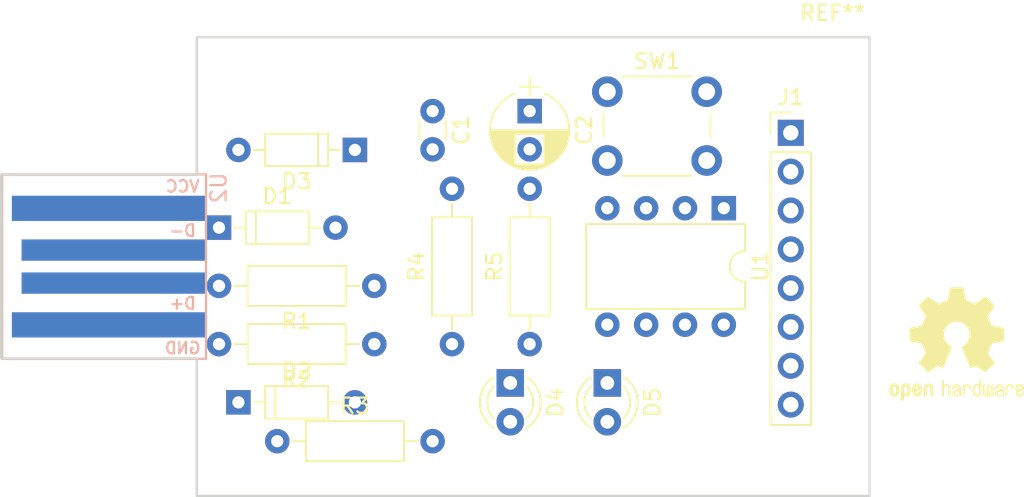
<source format=kicad_pcb>
(kicad_pcb (version 4) (host pcbnew 4.0.6-e0-6349~53~ubuntu16.04.1)

  (general
    (links 35)
    (no_connects 35)
    (area 131.724999 82.724999 188.675001 112.875001)
    (thickness 1.6)
    (drawings 8)
    (tracks 0)
    (zones 0)
    (modules 18)
    (nets 14)
  )

  (page A4)
  (layers
    (0 F.Cu signal)
    (31 B.Cu signal)
    (32 B.Adhes user)
    (33 F.Adhes user)
    (34 B.Paste user)
    (35 F.Paste user)
    (36 B.SilkS user)
    (37 F.SilkS user)
    (38 B.Mask user)
    (39 F.Mask user)
    (40 Dwgs.User user)
    (41 Cmts.User user)
    (42 Eco1.User user)
    (43 Eco2.User user)
    (44 Edge.Cuts user)
    (45 Margin user)
    (46 B.CrtYd user)
    (47 F.CrtYd user)
    (48 B.Fab user)
    (49 F.Fab user)
  )

  (setup
    (last_trace_width 0.25)
    (trace_clearance 0.2)
    (zone_clearance 0.508)
    (zone_45_only no)
    (trace_min 0.2)
    (segment_width 0.2)
    (edge_width 0.15)
    (via_size 0.6)
    (via_drill 0.4)
    (via_min_size 0.4)
    (via_min_drill 0.3)
    (uvia_size 0.3)
    (uvia_drill 0.1)
    (uvias_allowed no)
    (uvia_min_size 0.2)
    (uvia_min_drill 0.1)
    (pcb_text_width 0.3)
    (pcb_text_size 1.5 1.5)
    (mod_edge_width 0.15)
    (mod_text_size 1 1)
    (mod_text_width 0.15)
    (pad_size 1.397 12.065)
    (pad_drill 0)
    (pad_to_mask_clearance 0.2)
    (aux_axis_origin 0 0)
    (visible_elements FFFFFF7F)
    (pcbplotparams
      (layerselection 0x00030_80000001)
      (usegerberextensions false)
      (excludeedgelayer true)
      (linewidth 0.100000)
      (plotframeref false)
      (viasonmask false)
      (mode 1)
      (useauxorigin false)
      (hpglpennumber 1)
      (hpglpenspeed 20)
      (hpglpendiameter 15)
      (hpglpenoverlay 2)
      (psnegative false)
      (psa4output false)
      (plotreference true)
      (plotvalue true)
      (plotinvisibletext false)
      (padsonsilk false)
      (subtractmaskfromsilk false)
      (outputformat 1)
      (mirror false)
      (drillshape 1)
      (scaleselection 1)
      (outputdirectory ""))
  )

  (net 0 "")
  (net 1 +5V)
  (net 2 GND)
  (net 3 "Net-(D1-Pad1)")
  (net 4 "Net-(D2-Pad1)")
  (net 5 "Net-(D3-Pad2)")
  (net 6 "Net-(D4-Pad1)")
  (net 7 "Net-(D5-Pad1)")
  (net 8 "Net-(D5-Pad2)")
  (net 9 "Net-(J1-Pad1)")
  (net 10 "Net-(J1-Pad3)")
  (net 11 "Net-(J1-Pad4)")
  (net 12 "Net-(J1-Pad5)")
  (net 13 "Net-(J1-Pad6)")

  (net_class Default "This is the default net class."
    (clearance 0.2)
    (trace_width 0.25)
    (via_dia 0.6)
    (via_drill 0.4)
    (uvia_dia 0.3)
    (uvia_drill 0.1)
    (add_net +5V)
    (add_net GND)
    (add_net "Net-(D1-Pad1)")
    (add_net "Net-(D2-Pad1)")
    (add_net "Net-(D3-Pad2)")
    (add_net "Net-(D4-Pad1)")
    (add_net "Net-(D5-Pad1)")
    (add_net "Net-(D5-Pad2)")
    (add_net "Net-(J1-Pad1)")
    (add_net "Net-(J1-Pad3)")
    (add_net "Net-(J1-Pad4)")
    (add_net "Net-(J1-Pad5)")
    (add_net "Net-(J1-Pad6)")
  )

  (module Capacitors_ThroughHole:C_Disc_D3.0mm_W1.6mm_P2.50mm (layer F.Cu) (tedit 5920C254) (tstamp 595EEBE6)
    (at 160.02 87.63 270)
    (descr "C, Disc series, Radial, pin pitch=2.50mm, , diameter*width=3.0*1.6mm^2, Capacitor, http://www.vishay.com/docs/45233/krseries.pdf")
    (tags "C Disc series Radial pin pitch 2.50mm  diameter 3.0mm width 1.6mm Capacitor")
    (path /595FED9B)
    (fp_text reference C1 (at 1.25 -1.86 270) (layer F.SilkS)
      (effects (font (size 1 1) (thickness 0.15)))
    )
    (fp_text value 0.1uF (at 1.25 1.86 270) (layer F.Fab)
      (effects (font (size 1 1) (thickness 0.15)))
    )
    (fp_text user %R (at 1.25 0 270) (layer F.Fab)
      (effects (font (size 0.7 0.7) (thickness 0.105)))
    )
    (fp_line (start -0.25 -0.8) (end -0.25 0.8) (layer F.Fab) (width 0.1))
    (fp_line (start -0.25 0.8) (end 2.75 0.8) (layer F.Fab) (width 0.1))
    (fp_line (start 2.75 0.8) (end 2.75 -0.8) (layer F.Fab) (width 0.1))
    (fp_line (start 2.75 -0.8) (end -0.25 -0.8) (layer F.Fab) (width 0.1))
    (fp_line (start 0.663 -0.861) (end 1.837 -0.861) (layer F.SilkS) (width 0.12))
    (fp_line (start 0.663 0.861) (end 1.837 0.861) (layer F.SilkS) (width 0.12))
    (fp_line (start -1.05 -1.15) (end -1.05 1.15) (layer F.CrtYd) (width 0.05))
    (fp_line (start -1.05 1.15) (end 3.55 1.15) (layer F.CrtYd) (width 0.05))
    (fp_line (start 3.55 1.15) (end 3.55 -1.15) (layer F.CrtYd) (width 0.05))
    (fp_line (start 3.55 -1.15) (end -1.05 -1.15) (layer F.CrtYd) (width 0.05))
    (pad 1 thru_hole circle (at 0 0 270) (size 1.6 1.6) (drill 0.8) (layers *.Cu *.Mask)
      (net 1 +5V))
    (pad 2 thru_hole circle (at 2.5 0 270) (size 1.6 1.6) (drill 0.8) (layers *.Cu *.Mask)
      (net 2 GND))
    (model ${KISYS3DMOD}/Capacitors_THT.3dshapes/C_Disc_D3.0mm_W1.6mm_P2.50mm.wrl
      (at (xyz 0 0 0))
      (scale (xyz 0.393701 0.393701 0.393701))
      (rotate (xyz 0 0 0))
    )
  )

  (module Capacitors_ThroughHole:CP_Radial_D5.0mm_P2.50mm (layer F.Cu) (tedit 5920C257) (tstamp 595EEBEC)
    (at 166.37 87.63 270)
    (descr "CP, Radial series, Radial, pin pitch=2.50mm, , diameter=5mm, Electrolytic Capacitor")
    (tags "CP Radial series Radial pin pitch 2.50mm  diameter 5mm Electrolytic Capacitor")
    (path /595ECE64)
    (fp_text reference C2 (at 1.25 -3.56 270) (layer F.SilkS)
      (effects (font (size 1 1) (thickness 0.15)))
    )
    (fp_text value 10uF (at 1.25 3.56 270) (layer F.Fab)
      (effects (font (size 1 1) (thickness 0.15)))
    )
    (fp_text user %R (at 0.775 0 270) (layer F.Fab)
      (effects (font (size 1 1) (thickness 0.15)))
    )
    (fp_line (start -2.2 0) (end -1 0) (layer F.Fab) (width 0.1))
    (fp_line (start -1.6 -0.65) (end -1.6 0.65) (layer F.Fab) (width 0.1))
    (fp_line (start 1.25 -2.55) (end 1.25 2.55) (layer F.SilkS) (width 0.12))
    (fp_line (start 1.29 -2.55) (end 1.29 2.55) (layer F.SilkS) (width 0.12))
    (fp_line (start 1.33 -2.549) (end 1.33 2.549) (layer F.SilkS) (width 0.12))
    (fp_line (start 1.37 -2.548) (end 1.37 2.548) (layer F.SilkS) (width 0.12))
    (fp_line (start 1.41 -2.546) (end 1.41 2.546) (layer F.SilkS) (width 0.12))
    (fp_line (start 1.45 -2.543) (end 1.45 2.543) (layer F.SilkS) (width 0.12))
    (fp_line (start 1.49 -2.539) (end 1.49 2.539) (layer F.SilkS) (width 0.12))
    (fp_line (start 1.53 -2.535) (end 1.53 -0.98) (layer F.SilkS) (width 0.12))
    (fp_line (start 1.53 0.98) (end 1.53 2.535) (layer F.SilkS) (width 0.12))
    (fp_line (start 1.57 -2.531) (end 1.57 -0.98) (layer F.SilkS) (width 0.12))
    (fp_line (start 1.57 0.98) (end 1.57 2.531) (layer F.SilkS) (width 0.12))
    (fp_line (start 1.61 -2.525) (end 1.61 -0.98) (layer F.SilkS) (width 0.12))
    (fp_line (start 1.61 0.98) (end 1.61 2.525) (layer F.SilkS) (width 0.12))
    (fp_line (start 1.65 -2.519) (end 1.65 -0.98) (layer F.SilkS) (width 0.12))
    (fp_line (start 1.65 0.98) (end 1.65 2.519) (layer F.SilkS) (width 0.12))
    (fp_line (start 1.69 -2.513) (end 1.69 -0.98) (layer F.SilkS) (width 0.12))
    (fp_line (start 1.69 0.98) (end 1.69 2.513) (layer F.SilkS) (width 0.12))
    (fp_line (start 1.73 -2.506) (end 1.73 -0.98) (layer F.SilkS) (width 0.12))
    (fp_line (start 1.73 0.98) (end 1.73 2.506) (layer F.SilkS) (width 0.12))
    (fp_line (start 1.77 -2.498) (end 1.77 -0.98) (layer F.SilkS) (width 0.12))
    (fp_line (start 1.77 0.98) (end 1.77 2.498) (layer F.SilkS) (width 0.12))
    (fp_line (start 1.81 -2.489) (end 1.81 -0.98) (layer F.SilkS) (width 0.12))
    (fp_line (start 1.81 0.98) (end 1.81 2.489) (layer F.SilkS) (width 0.12))
    (fp_line (start 1.85 -2.48) (end 1.85 -0.98) (layer F.SilkS) (width 0.12))
    (fp_line (start 1.85 0.98) (end 1.85 2.48) (layer F.SilkS) (width 0.12))
    (fp_line (start 1.89 -2.47) (end 1.89 -0.98) (layer F.SilkS) (width 0.12))
    (fp_line (start 1.89 0.98) (end 1.89 2.47) (layer F.SilkS) (width 0.12))
    (fp_line (start 1.93 -2.46) (end 1.93 -0.98) (layer F.SilkS) (width 0.12))
    (fp_line (start 1.93 0.98) (end 1.93 2.46) (layer F.SilkS) (width 0.12))
    (fp_line (start 1.971 -2.448) (end 1.971 -0.98) (layer F.SilkS) (width 0.12))
    (fp_line (start 1.971 0.98) (end 1.971 2.448) (layer F.SilkS) (width 0.12))
    (fp_line (start 2.011 -2.436) (end 2.011 -0.98) (layer F.SilkS) (width 0.12))
    (fp_line (start 2.011 0.98) (end 2.011 2.436) (layer F.SilkS) (width 0.12))
    (fp_line (start 2.051 -2.424) (end 2.051 -0.98) (layer F.SilkS) (width 0.12))
    (fp_line (start 2.051 0.98) (end 2.051 2.424) (layer F.SilkS) (width 0.12))
    (fp_line (start 2.091 -2.41) (end 2.091 -0.98) (layer F.SilkS) (width 0.12))
    (fp_line (start 2.091 0.98) (end 2.091 2.41) (layer F.SilkS) (width 0.12))
    (fp_line (start 2.131 -2.396) (end 2.131 -0.98) (layer F.SilkS) (width 0.12))
    (fp_line (start 2.131 0.98) (end 2.131 2.396) (layer F.SilkS) (width 0.12))
    (fp_line (start 2.171 -2.382) (end 2.171 -0.98) (layer F.SilkS) (width 0.12))
    (fp_line (start 2.171 0.98) (end 2.171 2.382) (layer F.SilkS) (width 0.12))
    (fp_line (start 2.211 -2.366) (end 2.211 -0.98) (layer F.SilkS) (width 0.12))
    (fp_line (start 2.211 0.98) (end 2.211 2.366) (layer F.SilkS) (width 0.12))
    (fp_line (start 2.251 -2.35) (end 2.251 -0.98) (layer F.SilkS) (width 0.12))
    (fp_line (start 2.251 0.98) (end 2.251 2.35) (layer F.SilkS) (width 0.12))
    (fp_line (start 2.291 -2.333) (end 2.291 -0.98) (layer F.SilkS) (width 0.12))
    (fp_line (start 2.291 0.98) (end 2.291 2.333) (layer F.SilkS) (width 0.12))
    (fp_line (start 2.331 -2.315) (end 2.331 -0.98) (layer F.SilkS) (width 0.12))
    (fp_line (start 2.331 0.98) (end 2.331 2.315) (layer F.SilkS) (width 0.12))
    (fp_line (start 2.371 -2.296) (end 2.371 -0.98) (layer F.SilkS) (width 0.12))
    (fp_line (start 2.371 0.98) (end 2.371 2.296) (layer F.SilkS) (width 0.12))
    (fp_line (start 2.411 -2.276) (end 2.411 -0.98) (layer F.SilkS) (width 0.12))
    (fp_line (start 2.411 0.98) (end 2.411 2.276) (layer F.SilkS) (width 0.12))
    (fp_line (start 2.451 -2.256) (end 2.451 -0.98) (layer F.SilkS) (width 0.12))
    (fp_line (start 2.451 0.98) (end 2.451 2.256) (layer F.SilkS) (width 0.12))
    (fp_line (start 2.491 -2.234) (end 2.491 -0.98) (layer F.SilkS) (width 0.12))
    (fp_line (start 2.491 0.98) (end 2.491 2.234) (layer F.SilkS) (width 0.12))
    (fp_line (start 2.531 -2.212) (end 2.531 -0.98) (layer F.SilkS) (width 0.12))
    (fp_line (start 2.531 0.98) (end 2.531 2.212) (layer F.SilkS) (width 0.12))
    (fp_line (start 2.571 -2.189) (end 2.571 -0.98) (layer F.SilkS) (width 0.12))
    (fp_line (start 2.571 0.98) (end 2.571 2.189) (layer F.SilkS) (width 0.12))
    (fp_line (start 2.611 -2.165) (end 2.611 -0.98) (layer F.SilkS) (width 0.12))
    (fp_line (start 2.611 0.98) (end 2.611 2.165) (layer F.SilkS) (width 0.12))
    (fp_line (start 2.651 -2.14) (end 2.651 -0.98) (layer F.SilkS) (width 0.12))
    (fp_line (start 2.651 0.98) (end 2.651 2.14) (layer F.SilkS) (width 0.12))
    (fp_line (start 2.691 -2.113) (end 2.691 -0.98) (layer F.SilkS) (width 0.12))
    (fp_line (start 2.691 0.98) (end 2.691 2.113) (layer F.SilkS) (width 0.12))
    (fp_line (start 2.731 -2.086) (end 2.731 -0.98) (layer F.SilkS) (width 0.12))
    (fp_line (start 2.731 0.98) (end 2.731 2.086) (layer F.SilkS) (width 0.12))
    (fp_line (start 2.771 -2.058) (end 2.771 -0.98) (layer F.SilkS) (width 0.12))
    (fp_line (start 2.771 0.98) (end 2.771 2.058) (layer F.SilkS) (width 0.12))
    (fp_line (start 2.811 -2.028) (end 2.811 -0.98) (layer F.SilkS) (width 0.12))
    (fp_line (start 2.811 0.98) (end 2.811 2.028) (layer F.SilkS) (width 0.12))
    (fp_line (start 2.851 -1.997) (end 2.851 -0.98) (layer F.SilkS) (width 0.12))
    (fp_line (start 2.851 0.98) (end 2.851 1.997) (layer F.SilkS) (width 0.12))
    (fp_line (start 2.891 -1.965) (end 2.891 -0.98) (layer F.SilkS) (width 0.12))
    (fp_line (start 2.891 0.98) (end 2.891 1.965) (layer F.SilkS) (width 0.12))
    (fp_line (start 2.931 -1.932) (end 2.931 -0.98) (layer F.SilkS) (width 0.12))
    (fp_line (start 2.931 0.98) (end 2.931 1.932) (layer F.SilkS) (width 0.12))
    (fp_line (start 2.971 -1.897) (end 2.971 -0.98) (layer F.SilkS) (width 0.12))
    (fp_line (start 2.971 0.98) (end 2.971 1.897) (layer F.SilkS) (width 0.12))
    (fp_line (start 3.011 -1.861) (end 3.011 -0.98) (layer F.SilkS) (width 0.12))
    (fp_line (start 3.011 0.98) (end 3.011 1.861) (layer F.SilkS) (width 0.12))
    (fp_line (start 3.051 -1.823) (end 3.051 -0.98) (layer F.SilkS) (width 0.12))
    (fp_line (start 3.051 0.98) (end 3.051 1.823) (layer F.SilkS) (width 0.12))
    (fp_line (start 3.091 -1.783) (end 3.091 -0.98) (layer F.SilkS) (width 0.12))
    (fp_line (start 3.091 0.98) (end 3.091 1.783) (layer F.SilkS) (width 0.12))
    (fp_line (start 3.131 -1.742) (end 3.131 -0.98) (layer F.SilkS) (width 0.12))
    (fp_line (start 3.131 0.98) (end 3.131 1.742) (layer F.SilkS) (width 0.12))
    (fp_line (start 3.171 -1.699) (end 3.171 -0.98) (layer F.SilkS) (width 0.12))
    (fp_line (start 3.171 0.98) (end 3.171 1.699) (layer F.SilkS) (width 0.12))
    (fp_line (start 3.211 -1.654) (end 3.211 -0.98) (layer F.SilkS) (width 0.12))
    (fp_line (start 3.211 0.98) (end 3.211 1.654) (layer F.SilkS) (width 0.12))
    (fp_line (start 3.251 -1.606) (end 3.251 -0.98) (layer F.SilkS) (width 0.12))
    (fp_line (start 3.251 0.98) (end 3.251 1.606) (layer F.SilkS) (width 0.12))
    (fp_line (start 3.291 -1.556) (end 3.291 -0.98) (layer F.SilkS) (width 0.12))
    (fp_line (start 3.291 0.98) (end 3.291 1.556) (layer F.SilkS) (width 0.12))
    (fp_line (start 3.331 -1.504) (end 3.331 -0.98) (layer F.SilkS) (width 0.12))
    (fp_line (start 3.331 0.98) (end 3.331 1.504) (layer F.SilkS) (width 0.12))
    (fp_line (start 3.371 -1.448) (end 3.371 -0.98) (layer F.SilkS) (width 0.12))
    (fp_line (start 3.371 0.98) (end 3.371 1.448) (layer F.SilkS) (width 0.12))
    (fp_line (start 3.411 -1.39) (end 3.411 -0.98) (layer F.SilkS) (width 0.12))
    (fp_line (start 3.411 0.98) (end 3.411 1.39) (layer F.SilkS) (width 0.12))
    (fp_line (start 3.451 -1.327) (end 3.451 -0.98) (layer F.SilkS) (width 0.12))
    (fp_line (start 3.451 0.98) (end 3.451 1.327) (layer F.SilkS) (width 0.12))
    (fp_line (start 3.491 -1.261) (end 3.491 1.261) (layer F.SilkS) (width 0.12))
    (fp_line (start 3.531 -1.189) (end 3.531 1.189) (layer F.SilkS) (width 0.12))
    (fp_line (start 3.571 -1.112) (end 3.571 1.112) (layer F.SilkS) (width 0.12))
    (fp_line (start 3.611 -1.028) (end 3.611 1.028) (layer F.SilkS) (width 0.12))
    (fp_line (start 3.651 -0.934) (end 3.651 0.934) (layer F.SilkS) (width 0.12))
    (fp_line (start 3.691 -0.829) (end 3.691 0.829) (layer F.SilkS) (width 0.12))
    (fp_line (start 3.731 -0.707) (end 3.731 0.707) (layer F.SilkS) (width 0.12))
    (fp_line (start 3.771 -0.559) (end 3.771 0.559) (layer F.SilkS) (width 0.12))
    (fp_line (start 3.811 -0.354) (end 3.811 0.354) (layer F.SilkS) (width 0.12))
    (fp_line (start -2.2 0) (end -1 0) (layer F.SilkS) (width 0.12))
    (fp_line (start -1.6 -0.65) (end -1.6 0.65) (layer F.SilkS) (width 0.12))
    (fp_line (start -1.6 -2.85) (end -1.6 2.85) (layer F.CrtYd) (width 0.05))
    (fp_line (start -1.6 2.85) (end 4.1 2.85) (layer F.CrtYd) (width 0.05))
    (fp_line (start 4.1 2.85) (end 4.1 -2.85) (layer F.CrtYd) (width 0.05))
    (fp_line (start 4.1 -2.85) (end -1.6 -2.85) (layer F.CrtYd) (width 0.05))
    (fp_circle (center 1.25 0) (end 3.75 0) (layer F.Fab) (width 0.1))
    (fp_arc (start 1.25 0) (end -1.147436 -0.98) (angle 135.5) (layer F.SilkS) (width 0.12))
    (fp_arc (start 1.25 0) (end -1.147436 0.98) (angle -135.5) (layer F.SilkS) (width 0.12))
    (fp_arc (start 1.25 0) (end 3.647436 -0.98) (angle 44.5) (layer F.SilkS) (width 0.12))
    (pad 1 thru_hole rect (at 0 0 270) (size 1.6 1.6) (drill 0.8) (layers *.Cu *.Mask)
      (net 1 +5V))
    (pad 2 thru_hole circle (at 2.5 0 270) (size 1.6 1.6) (drill 0.8) (layers *.Cu *.Mask)
      (net 2 GND))
    (model ${KISYS3DMOD}/Capacitors_THT.3dshapes/CP_Radial_D5.0mm_P2.50mm.wrl
      (at (xyz 0 0 0))
      (scale (xyz 1 1 1))
      (rotate (xyz 0 0 0))
    )
  )

  (module Diodes_ThroughHole:D_DO-35_SOD27_P7.62mm_Horizontal (layer F.Cu) (tedit 5921392F) (tstamp 595EEBF2)
    (at 146.05 95.25)
    (descr "D, DO-35_SOD27 series, Axial, Horizontal, pin pitch=7.62mm, , length*diameter=4*2mm^2, , http://www.diodes.com/_files/packages/DO-35.pdf")
    (tags "D DO-35_SOD27 series Axial Horizontal pin pitch 7.62mm  length 4mm diameter 2mm")
    (path /595ED0E8)
    (fp_text reference D1 (at 3.81 -2.06) (layer F.SilkS)
      (effects (font (size 1 1) (thickness 0.15)))
    )
    (fp_text value BZT52 (at 3.81 2.06) (layer F.Fab)
      (effects (font (size 1 1) (thickness 0.15)))
    )
    (fp_text user %R (at 3.81 0) (layer F.Fab)
      (effects (font (size 1 1) (thickness 0.15)))
    )
    (fp_line (start 1.81 -1) (end 1.81 1) (layer F.Fab) (width 0.1))
    (fp_line (start 1.81 1) (end 5.81 1) (layer F.Fab) (width 0.1))
    (fp_line (start 5.81 1) (end 5.81 -1) (layer F.Fab) (width 0.1))
    (fp_line (start 5.81 -1) (end 1.81 -1) (layer F.Fab) (width 0.1))
    (fp_line (start 0 0) (end 1.81 0) (layer F.Fab) (width 0.1))
    (fp_line (start 7.62 0) (end 5.81 0) (layer F.Fab) (width 0.1))
    (fp_line (start 2.41 -1) (end 2.41 1) (layer F.Fab) (width 0.1))
    (fp_line (start 1.75 -1.06) (end 1.75 1.06) (layer F.SilkS) (width 0.12))
    (fp_line (start 1.75 1.06) (end 5.87 1.06) (layer F.SilkS) (width 0.12))
    (fp_line (start 5.87 1.06) (end 5.87 -1.06) (layer F.SilkS) (width 0.12))
    (fp_line (start 5.87 -1.06) (end 1.75 -1.06) (layer F.SilkS) (width 0.12))
    (fp_line (start 0.98 0) (end 1.75 0) (layer F.SilkS) (width 0.12))
    (fp_line (start 6.64 0) (end 5.87 0) (layer F.SilkS) (width 0.12))
    (fp_line (start 2.41 -1.06) (end 2.41 1.06) (layer F.SilkS) (width 0.12))
    (fp_line (start -1.05 -1.35) (end -1.05 1.35) (layer F.CrtYd) (width 0.05))
    (fp_line (start -1.05 1.35) (end 8.7 1.35) (layer F.CrtYd) (width 0.05))
    (fp_line (start 8.7 1.35) (end 8.7 -1.35) (layer F.CrtYd) (width 0.05))
    (fp_line (start 8.7 -1.35) (end -1.05 -1.35) (layer F.CrtYd) (width 0.05))
    (pad 1 thru_hole rect (at 0 0) (size 1.6 1.6) (drill 0.8) (layers *.Cu *.Mask)
      (net 3 "Net-(D1-Pad1)"))
    (pad 2 thru_hole oval (at 7.62 0) (size 1.6 1.6) (drill 0.8) (layers *.Cu *.Mask)
      (net 2 GND))
    (model ${KISYS3DMOD}/Diodes_THT.3dshapes/D_DO-35_SOD27_P7.62mm_Horizontal.wrl
      (at (xyz 0 0 0))
      (scale (xyz 0.393701 0.393701 0.393701))
      (rotate (xyz 0 0 0))
    )
  )

  (module Diodes_ThroughHole:D_DO-35_SOD27_P7.62mm_Horizontal (layer F.Cu) (tedit 5921392F) (tstamp 595EEBF8)
    (at 147.32 106.68)
    (descr "D, DO-35_SOD27 series, Axial, Horizontal, pin pitch=7.62mm, , length*diameter=4*2mm^2, , http://www.diodes.com/_files/packages/DO-35.pdf")
    (tags "D DO-35_SOD27 series Axial Horizontal pin pitch 7.62mm  length 4mm diameter 2mm")
    (path /595ED13A)
    (fp_text reference D2 (at 3.81 -2.06) (layer F.SilkS)
      (effects (font (size 1 1) (thickness 0.15)))
    )
    (fp_text value BZT52 (at 3.81 2.06) (layer F.Fab)
      (effects (font (size 1 1) (thickness 0.15)))
    )
    (fp_text user %R (at 3.81 0) (layer F.Fab)
      (effects (font (size 1 1) (thickness 0.15)))
    )
    (fp_line (start 1.81 -1) (end 1.81 1) (layer F.Fab) (width 0.1))
    (fp_line (start 1.81 1) (end 5.81 1) (layer F.Fab) (width 0.1))
    (fp_line (start 5.81 1) (end 5.81 -1) (layer F.Fab) (width 0.1))
    (fp_line (start 5.81 -1) (end 1.81 -1) (layer F.Fab) (width 0.1))
    (fp_line (start 0 0) (end 1.81 0) (layer F.Fab) (width 0.1))
    (fp_line (start 7.62 0) (end 5.81 0) (layer F.Fab) (width 0.1))
    (fp_line (start 2.41 -1) (end 2.41 1) (layer F.Fab) (width 0.1))
    (fp_line (start 1.75 -1.06) (end 1.75 1.06) (layer F.SilkS) (width 0.12))
    (fp_line (start 1.75 1.06) (end 5.87 1.06) (layer F.SilkS) (width 0.12))
    (fp_line (start 5.87 1.06) (end 5.87 -1.06) (layer F.SilkS) (width 0.12))
    (fp_line (start 5.87 -1.06) (end 1.75 -1.06) (layer F.SilkS) (width 0.12))
    (fp_line (start 0.98 0) (end 1.75 0) (layer F.SilkS) (width 0.12))
    (fp_line (start 6.64 0) (end 5.87 0) (layer F.SilkS) (width 0.12))
    (fp_line (start 2.41 -1.06) (end 2.41 1.06) (layer F.SilkS) (width 0.12))
    (fp_line (start -1.05 -1.35) (end -1.05 1.35) (layer F.CrtYd) (width 0.05))
    (fp_line (start -1.05 1.35) (end 8.7 1.35) (layer F.CrtYd) (width 0.05))
    (fp_line (start 8.7 1.35) (end 8.7 -1.35) (layer F.CrtYd) (width 0.05))
    (fp_line (start 8.7 -1.35) (end -1.05 -1.35) (layer F.CrtYd) (width 0.05))
    (pad 1 thru_hole rect (at 0 0) (size 1.6 1.6) (drill 0.8) (layers *.Cu *.Mask)
      (net 4 "Net-(D2-Pad1)"))
    (pad 2 thru_hole oval (at 7.62 0) (size 1.6 1.6) (drill 0.8) (layers *.Cu *.Mask)
      (net 2 GND))
    (model ${KISYS3DMOD}/Diodes_THT.3dshapes/D_DO-35_SOD27_P7.62mm_Horizontal.wrl
      (at (xyz 0 0 0))
      (scale (xyz 0.393701 0.393701 0.393701))
      (rotate (xyz 0 0 0))
    )
  )

  (module Diodes_ThroughHole:D_DO-35_SOD27_P7.62mm_Horizontal (layer F.Cu) (tedit 5921392F) (tstamp 595EEBFE)
    (at 154.94 90.17 180)
    (descr "D, DO-35_SOD27 series, Axial, Horizontal, pin pitch=7.62mm, , length*diameter=4*2mm^2, , http://www.diodes.com/_files/packages/DO-35.pdf")
    (tags "D DO-35_SOD27 series Axial Horizontal pin pitch 7.62mm  length 4mm diameter 2mm")
    (path /595ED077)
    (fp_text reference D3 (at 3.81 -2.06 180) (layer F.SilkS)
      (effects (font (size 1 1) (thickness 0.15)))
    )
    (fp_text value 1N4148 (at 3.81 2.06 180) (layer F.Fab)
      (effects (font (size 1 1) (thickness 0.15)))
    )
    (fp_text user %R (at 3.81 0 180) (layer F.Fab)
      (effects (font (size 1 1) (thickness 0.15)))
    )
    (fp_line (start 1.81 -1) (end 1.81 1) (layer F.Fab) (width 0.1))
    (fp_line (start 1.81 1) (end 5.81 1) (layer F.Fab) (width 0.1))
    (fp_line (start 5.81 1) (end 5.81 -1) (layer F.Fab) (width 0.1))
    (fp_line (start 5.81 -1) (end 1.81 -1) (layer F.Fab) (width 0.1))
    (fp_line (start 0 0) (end 1.81 0) (layer F.Fab) (width 0.1))
    (fp_line (start 7.62 0) (end 5.81 0) (layer F.Fab) (width 0.1))
    (fp_line (start 2.41 -1) (end 2.41 1) (layer F.Fab) (width 0.1))
    (fp_line (start 1.75 -1.06) (end 1.75 1.06) (layer F.SilkS) (width 0.12))
    (fp_line (start 1.75 1.06) (end 5.87 1.06) (layer F.SilkS) (width 0.12))
    (fp_line (start 5.87 1.06) (end 5.87 -1.06) (layer F.SilkS) (width 0.12))
    (fp_line (start 5.87 -1.06) (end 1.75 -1.06) (layer F.SilkS) (width 0.12))
    (fp_line (start 0.98 0) (end 1.75 0) (layer F.SilkS) (width 0.12))
    (fp_line (start 6.64 0) (end 5.87 0) (layer F.SilkS) (width 0.12))
    (fp_line (start 2.41 -1.06) (end 2.41 1.06) (layer F.SilkS) (width 0.12))
    (fp_line (start -1.05 -1.35) (end -1.05 1.35) (layer F.CrtYd) (width 0.05))
    (fp_line (start -1.05 1.35) (end 8.7 1.35) (layer F.CrtYd) (width 0.05))
    (fp_line (start 8.7 1.35) (end 8.7 -1.35) (layer F.CrtYd) (width 0.05))
    (fp_line (start 8.7 -1.35) (end -1.05 -1.35) (layer F.CrtYd) (width 0.05))
    (pad 1 thru_hole rect (at 0 0 180) (size 1.6 1.6) (drill 0.8) (layers *.Cu *.Mask)
      (net 1 +5V))
    (pad 2 thru_hole oval (at 7.62 0 180) (size 1.6 1.6) (drill 0.8) (layers *.Cu *.Mask)
      (net 5 "Net-(D3-Pad2)"))
    (model ${KISYS3DMOD}/Diodes_THT.3dshapes/D_DO-35_SOD27_P7.62mm_Horizontal.wrl
      (at (xyz 0 0 0))
      (scale (xyz 0.393701 0.393701 0.393701))
      (rotate (xyz 0 0 0))
    )
  )

  (module LEDs:LED_D3.0mm (layer F.Cu) (tedit 587A3A7B) (tstamp 595EEC04)
    (at 165.1 105.41 270)
    (descr "LED, diameter 3.0mm, 2 pins")
    (tags "LED diameter 3.0mm 2 pins")
    (path /595ECFE0)
    (fp_text reference D4 (at 1.27 -2.96 270) (layer F.SilkS)
      (effects (font (size 1 1) (thickness 0.15)))
    )
    (fp_text value LED_ON (at 1.27 2.96 270) (layer F.Fab)
      (effects (font (size 1 1) (thickness 0.15)))
    )
    (fp_arc (start 1.27 0) (end -0.23 -1.16619) (angle 284.3) (layer F.Fab) (width 0.1))
    (fp_arc (start 1.27 0) (end -0.29 -1.235516) (angle 108.8) (layer F.SilkS) (width 0.12))
    (fp_arc (start 1.27 0) (end -0.29 1.235516) (angle -108.8) (layer F.SilkS) (width 0.12))
    (fp_arc (start 1.27 0) (end 0.229039 -1.08) (angle 87.9) (layer F.SilkS) (width 0.12))
    (fp_arc (start 1.27 0) (end 0.229039 1.08) (angle -87.9) (layer F.SilkS) (width 0.12))
    (fp_circle (center 1.27 0) (end 2.77 0) (layer F.Fab) (width 0.1))
    (fp_line (start -0.23 -1.16619) (end -0.23 1.16619) (layer F.Fab) (width 0.1))
    (fp_line (start -0.29 -1.236) (end -0.29 -1.08) (layer F.SilkS) (width 0.12))
    (fp_line (start -0.29 1.08) (end -0.29 1.236) (layer F.SilkS) (width 0.12))
    (fp_line (start -1.15 -2.25) (end -1.15 2.25) (layer F.CrtYd) (width 0.05))
    (fp_line (start -1.15 2.25) (end 3.7 2.25) (layer F.CrtYd) (width 0.05))
    (fp_line (start 3.7 2.25) (end 3.7 -2.25) (layer F.CrtYd) (width 0.05))
    (fp_line (start 3.7 -2.25) (end -1.15 -2.25) (layer F.CrtYd) (width 0.05))
    (pad 1 thru_hole rect (at 0 0 270) (size 1.8 1.8) (drill 0.9) (layers *.Cu *.Mask)
      (net 6 "Net-(D4-Pad1)"))
    (pad 2 thru_hole circle (at 2.54 0 270) (size 1.8 1.8) (drill 0.9) (layers *.Cu *.Mask)
      (net 1 +5V))
    (model LEDs.3dshapes/LED_D3.0mm.wrl
      (at (xyz 0 0 0))
      (scale (xyz 0.393701 0.393701 0.393701))
      (rotate (xyz 0 0 0))
    )
  )

  (module LEDs:LED_D3.0mm (layer F.Cu) (tedit 587A3A7B) (tstamp 595EEC0A)
    (at 171.45 105.41 270)
    (descr "LED, diameter 3.0mm, 2 pins")
    (tags "LED diameter 3.0mm 2 pins")
    (path /595ED02B)
    (fp_text reference D5 (at 1.27 -2.96 270) (layer F.SilkS)
      (effects (font (size 1 1) (thickness 0.15)))
    )
    (fp_text value LED (at 1.27 2.96 270) (layer F.Fab)
      (effects (font (size 1 1) (thickness 0.15)))
    )
    (fp_arc (start 1.27 0) (end -0.23 -1.16619) (angle 284.3) (layer F.Fab) (width 0.1))
    (fp_arc (start 1.27 0) (end -0.29 -1.235516) (angle 108.8) (layer F.SilkS) (width 0.12))
    (fp_arc (start 1.27 0) (end -0.29 1.235516) (angle -108.8) (layer F.SilkS) (width 0.12))
    (fp_arc (start 1.27 0) (end 0.229039 -1.08) (angle 87.9) (layer F.SilkS) (width 0.12))
    (fp_arc (start 1.27 0) (end 0.229039 1.08) (angle -87.9) (layer F.SilkS) (width 0.12))
    (fp_circle (center 1.27 0) (end 2.77 0) (layer F.Fab) (width 0.1))
    (fp_line (start -0.23 -1.16619) (end -0.23 1.16619) (layer F.Fab) (width 0.1))
    (fp_line (start -0.29 -1.236) (end -0.29 -1.08) (layer F.SilkS) (width 0.12))
    (fp_line (start -0.29 1.08) (end -0.29 1.236) (layer F.SilkS) (width 0.12))
    (fp_line (start -1.15 -2.25) (end -1.15 2.25) (layer F.CrtYd) (width 0.05))
    (fp_line (start -1.15 2.25) (end 3.7 2.25) (layer F.CrtYd) (width 0.05))
    (fp_line (start 3.7 2.25) (end 3.7 -2.25) (layer F.CrtYd) (width 0.05))
    (fp_line (start 3.7 -2.25) (end -1.15 -2.25) (layer F.CrtYd) (width 0.05))
    (pad 1 thru_hole rect (at 0 0 270) (size 1.8 1.8) (drill 0.9) (layers *.Cu *.Mask)
      (net 7 "Net-(D5-Pad1)"))
    (pad 2 thru_hole circle (at 2.54 0 270) (size 1.8 1.8) (drill 0.9) (layers *.Cu *.Mask)
      (net 8 "Net-(D5-Pad2)"))
    (model LEDs.3dshapes/LED_D3.0mm.wrl
      (at (xyz 0 0 0))
      (scale (xyz 0.393701 0.393701 0.393701))
      (rotate (xyz 0 0 0))
    )
  )

  (module Pin_Headers:Pin_Header_Straight_1x08_Pitch2.54mm (layer F.Cu) (tedit 58CD4EC1) (tstamp 595EEC16)
    (at 183.45 89.05)
    (descr "Through hole straight pin header, 1x08, 2.54mm pitch, single row")
    (tags "Through hole pin header THT 1x08 2.54mm single row")
    (path /595ED184)
    (fp_text reference J1 (at 0 -2.33) (layer F.SilkS)
      (effects (font (size 1 1) (thickness 0.15)))
    )
    (fp_text value CONN_01X08 (at 0 20.11) (layer F.Fab)
      (effects (font (size 1 1) (thickness 0.15)))
    )
    (fp_line (start -1.27 -1.27) (end -1.27 19.05) (layer F.Fab) (width 0.1))
    (fp_line (start -1.27 19.05) (end 1.27 19.05) (layer F.Fab) (width 0.1))
    (fp_line (start 1.27 19.05) (end 1.27 -1.27) (layer F.Fab) (width 0.1))
    (fp_line (start 1.27 -1.27) (end -1.27 -1.27) (layer F.Fab) (width 0.1))
    (fp_line (start -1.33 1.27) (end -1.33 19.11) (layer F.SilkS) (width 0.12))
    (fp_line (start -1.33 19.11) (end 1.33 19.11) (layer F.SilkS) (width 0.12))
    (fp_line (start 1.33 19.11) (end 1.33 1.27) (layer F.SilkS) (width 0.12))
    (fp_line (start 1.33 1.27) (end -1.33 1.27) (layer F.SilkS) (width 0.12))
    (fp_line (start -1.33 0) (end -1.33 -1.33) (layer F.SilkS) (width 0.12))
    (fp_line (start -1.33 -1.33) (end 0 -1.33) (layer F.SilkS) (width 0.12))
    (fp_line (start -1.8 -1.8) (end -1.8 19.55) (layer F.CrtYd) (width 0.05))
    (fp_line (start -1.8 19.55) (end 1.8 19.55) (layer F.CrtYd) (width 0.05))
    (fp_line (start 1.8 19.55) (end 1.8 -1.8) (layer F.CrtYd) (width 0.05))
    (fp_line (start 1.8 -1.8) (end -1.8 -1.8) (layer F.CrtYd) (width 0.05))
    (fp_text user %R (at 0 -2.33) (layer F.Fab)
      (effects (font (size 1 1) (thickness 0.15)))
    )
    (pad 1 thru_hole rect (at 0 0) (size 1.7 1.7) (drill 1) (layers *.Cu *.Mask)
      (net 9 "Net-(J1-Pad1)"))
    (pad 2 thru_hole oval (at 0 2.54) (size 1.7 1.7) (drill 1) (layers *.Cu *.Mask)
      (net 8 "Net-(D5-Pad2)"))
    (pad 3 thru_hole oval (at 0 5.08) (size 1.7 1.7) (drill 1) (layers *.Cu *.Mask)
      (net 10 "Net-(J1-Pad3)"))
    (pad 4 thru_hole oval (at 0 7.62) (size 1.7 1.7) (drill 1) (layers *.Cu *.Mask)
      (net 11 "Net-(J1-Pad4)"))
    (pad 5 thru_hole oval (at 0 10.16) (size 1.7 1.7) (drill 1) (layers *.Cu *.Mask)
      (net 12 "Net-(J1-Pad5)"))
    (pad 6 thru_hole oval (at 0 12.7) (size 1.7 1.7) (drill 1) (layers *.Cu *.Mask)
      (net 13 "Net-(J1-Pad6)"))
    (pad 7 thru_hole oval (at 0 15.24) (size 1.7 1.7) (drill 1) (layers *.Cu *.Mask)
      (net 1 +5V))
    (pad 8 thru_hole oval (at 0 17.78) (size 1.7 1.7) (drill 1) (layers *.Cu *.Mask)
      (net 2 GND))
    (model ${KISYS3DMOD}/Pin_Headers.3dshapes/Pin_Header_Straight_1x08_Pitch2.54mm.wrl
      (at (xyz 0 -0.35 0))
      (scale (xyz 1 1 1))
      (rotate (xyz 0 0 90))
    )
  )

  (module Symbols:OSHW-Logo2_9.8x8mm_SilkScreen (layer F.Cu) (tedit 0) (tstamp 595EEC1A)
    (at 194.31 102.87)
    (descr "Open Source Hardware Symbol")
    (tags "Logo Symbol OSHW")
    (path /595ED39D)
    (attr virtual)
    (fp_text reference LOGO1 (at 0 0) (layer F.SilkS) hide
      (effects (font (size 1 1) (thickness 0.15)))
    )
    (fp_text value "open hardware" (at 0.75 0) (layer F.Fab) hide
      (effects (font (size 1 1) (thickness 0.15)))
    )
    (fp_poly (pts (xy -3.231114 2.584505) (xy -3.156461 2.621727) (xy -3.090569 2.690261) (xy -3.072423 2.715648)
      (xy -3.052655 2.748866) (xy -3.039828 2.784945) (xy -3.03249 2.833098) (xy -3.029187 2.902536)
      (xy -3.028462 2.994206) (xy -3.031737 3.11983) (xy -3.043123 3.214154) (xy -3.064959 3.284523)
      (xy -3.099581 3.338286) (xy -3.14933 3.382788) (xy -3.152986 3.385423) (xy -3.202015 3.412377)
      (xy -3.261055 3.425712) (xy -3.336141 3.429) (xy -3.458205 3.429) (xy -3.458256 3.547497)
      (xy -3.459392 3.613492) (xy -3.466314 3.652202) (xy -3.484402 3.675419) (xy -3.519038 3.694933)
      (xy -3.527355 3.69892) (xy -3.56628 3.717603) (xy -3.596417 3.729403) (xy -3.618826 3.730422)
      (xy -3.634567 3.716761) (xy -3.644698 3.684522) (xy -3.650277 3.629804) (xy -3.652365 3.548711)
      (xy -3.652019 3.437344) (xy -3.6503 3.291802) (xy -3.649763 3.248269) (xy -3.647828 3.098205)
      (xy -3.646096 3.000042) (xy -3.458308 3.000042) (xy -3.457252 3.083364) (xy -3.452562 3.13788)
      (xy -3.441949 3.173837) (xy -3.423128 3.201482) (xy -3.41035 3.214965) (xy -3.35811 3.254417)
      (xy -3.311858 3.257628) (xy -3.264133 3.225049) (xy -3.262923 3.223846) (xy -3.243506 3.198668)
      (xy -3.231693 3.164447) (xy -3.225735 3.111748) (xy -3.22388 3.031131) (xy -3.223846 3.013271)
      (xy -3.22833 2.902175) (xy -3.242926 2.825161) (xy -3.26935 2.778147) (xy -3.309317 2.75705)
      (xy -3.332416 2.754923) (xy -3.387238 2.7649) (xy -3.424842 2.797752) (xy -3.447477 2.857857)
      (xy -3.457394 2.949598) (xy -3.458308 3.000042) (xy -3.646096 3.000042) (xy -3.645778 2.98206)
      (xy -3.643127 2.894679) (xy -3.639394 2.830905) (xy -3.634093 2.785582) (xy -3.626742 2.753555)
      (xy -3.616857 2.729668) (xy -3.603954 2.708764) (xy -3.598421 2.700898) (xy -3.525031 2.626595)
      (xy -3.43224 2.584467) (xy -3.324904 2.572722) (xy -3.231114 2.584505)) (layer F.SilkS) (width 0.01))
    (fp_poly (pts (xy -1.728336 2.595089) (xy -1.665633 2.631358) (xy -1.622039 2.667358) (xy -1.590155 2.705075)
      (xy -1.56819 2.751199) (xy -1.554351 2.812421) (xy -1.546847 2.895431) (xy -1.543883 3.006919)
      (xy -1.543539 3.087062) (xy -1.543539 3.382065) (xy -1.709615 3.456515) (xy -1.719385 3.133402)
      (xy -1.723421 3.012729) (xy -1.727656 2.925141) (xy -1.732903 2.86465) (xy -1.739975 2.825268)
      (xy -1.749689 2.801007) (xy -1.762856 2.78588) (xy -1.767081 2.782606) (xy -1.831091 2.757034)
      (xy -1.895792 2.767153) (xy -1.934308 2.794) (xy -1.949975 2.813024) (xy -1.96082 2.837988)
      (xy -1.967712 2.875834) (xy -1.971521 2.933502) (xy -1.973117 3.017935) (xy -1.973385 3.105928)
      (xy -1.973437 3.216323) (xy -1.975328 3.294463) (xy -1.981655 3.347165) (xy -1.995017 3.381242)
      (xy -2.018015 3.403511) (xy -2.053246 3.420787) (xy -2.100303 3.438738) (xy -2.151697 3.458278)
      (xy -2.145579 3.111485) (xy -2.143116 2.986468) (xy -2.140233 2.894082) (xy -2.136102 2.827881)
      (xy -2.129893 2.78142) (xy -2.120774 2.748256) (xy -2.107917 2.721944) (xy -2.092416 2.698729)
      (xy -2.017629 2.624569) (xy -1.926372 2.581684) (xy -1.827117 2.571412) (xy -1.728336 2.595089)) (layer F.SilkS) (width 0.01))
    (fp_poly (pts (xy -3.983114 2.587256) (xy -3.891536 2.635409) (xy -3.823951 2.712905) (xy -3.799943 2.762727)
      (xy -3.781262 2.837533) (xy -3.771699 2.932052) (xy -3.770792 3.03521) (xy -3.778079 3.135935)
      (xy -3.793097 3.223153) (xy -3.815385 3.285791) (xy -3.822235 3.296579) (xy -3.903368 3.377105)
      (xy -3.999734 3.425336) (xy -4.104299 3.43945) (xy -4.210032 3.417629) (xy -4.239457 3.404547)
      (xy -4.296759 3.364231) (xy -4.34705 3.310775) (xy -4.351803 3.303995) (xy -4.371122 3.271321)
      (xy -4.383892 3.236394) (xy -4.391436 3.190414) (xy -4.395076 3.124584) (xy -4.396135 3.030105)
      (xy -4.396154 3.008923) (xy -4.396106 3.002182) (xy -4.200769 3.002182) (xy -4.199632 3.091349)
      (xy -4.195159 3.15052) (xy -4.185754 3.188741) (xy -4.169824 3.215053) (xy -4.161692 3.223846)
      (xy -4.114942 3.257261) (xy -4.069553 3.255737) (xy -4.02366 3.226752) (xy -3.996288 3.195809)
      (xy -3.980077 3.150643) (xy -3.970974 3.07942) (xy -3.970349 3.071114) (xy -3.968796 2.942037)
      (xy -3.985035 2.846172) (xy -4.018848 2.784107) (xy -4.070016 2.756432) (xy -4.08828 2.754923)
      (xy -4.13624 2.762513) (xy -4.169047 2.788808) (xy -4.189105 2.839095) (xy -4.198822 2.918664)
      (xy -4.200769 3.002182) (xy -4.396106 3.002182) (xy -4.395426 2.908249) (xy -4.392371 2.837906)
      (xy -4.385678 2.789163) (xy -4.37404 2.753288) (xy -4.356147 2.721548) (xy -4.352192 2.715648)
      (xy -4.285733 2.636104) (xy -4.213315 2.589929) (xy -4.125151 2.571599) (xy -4.095213 2.570703)
      (xy -3.983114 2.587256)) (layer F.SilkS) (width 0.01))
    (fp_poly (pts (xy -2.465746 2.599745) (xy -2.388714 2.651567) (xy -2.329184 2.726412) (xy -2.293622 2.821654)
      (xy -2.286429 2.891756) (xy -2.287246 2.921009) (xy -2.294086 2.943407) (xy -2.312888 2.963474)
      (xy -2.349592 2.985733) (xy -2.410138 3.014709) (xy -2.500466 3.054927) (xy -2.500923 3.055129)
      (xy -2.584067 3.09321) (xy -2.652247 3.127025) (xy -2.698495 3.152933) (xy -2.715842 3.167295)
      (xy -2.715846 3.167411) (xy -2.700557 3.198685) (xy -2.664804 3.233157) (xy -2.623758 3.25799)
      (xy -2.602963 3.262923) (xy -2.54623 3.245862) (xy -2.497373 3.203133) (xy -2.473535 3.156155)
      (xy -2.450603 3.121522) (xy -2.405682 3.082081) (xy -2.352877 3.048009) (xy -2.30629 3.02948)
      (xy -2.296548 3.028462) (xy -2.285582 3.045215) (xy -2.284921 3.088039) (xy -2.29298 3.145781)
      (xy -2.308173 3.207289) (xy -2.328914 3.261409) (xy -2.329962 3.26351) (xy -2.392379 3.35066)
      (xy -2.473274 3.409939) (xy -2.565144 3.439034) (xy -2.660487 3.435634) (xy -2.751802 3.397428)
      (xy -2.755862 3.394741) (xy -2.827694 3.329642) (xy -2.874927 3.244705) (xy -2.901066 3.133021)
      (xy -2.904574 3.101643) (xy -2.910787 2.953536) (xy -2.903339 2.884468) (xy -2.715846 2.884468)
      (xy -2.71341 2.927552) (xy -2.700086 2.940126) (xy -2.666868 2.930719) (xy -2.614506 2.908483)
      (xy -2.555976 2.88061) (xy -2.554521 2.879872) (xy -2.504911 2.853777) (xy -2.485 2.836363)
      (xy -2.48991 2.818107) (xy -2.510584 2.79412) (xy -2.563181 2.759406) (xy -2.619823 2.756856)
      (xy -2.670631 2.782119) (xy -2.705724 2.830847) (xy -2.715846 2.884468) (xy -2.903339 2.884468)
      (xy -2.898008 2.835036) (xy -2.865222 2.741055) (xy -2.819579 2.675215) (xy -2.737198 2.608681)
      (xy -2.646454 2.575676) (xy -2.553815 2.573573) (xy -2.465746 2.599745)) (layer F.SilkS) (width 0.01))
    (fp_poly (pts (xy -0.840154 2.49212) (xy -0.834428 2.57198) (xy -0.827851 2.619039) (xy -0.818738 2.639566)
      (xy -0.805402 2.639829) (xy -0.801077 2.637378) (xy -0.743556 2.619636) (xy -0.668732 2.620672)
      (xy -0.592661 2.63891) (xy -0.545082 2.662505) (xy -0.496298 2.700198) (xy -0.460636 2.742855)
      (xy -0.436155 2.797057) (xy -0.420913 2.869384) (xy -0.41297 2.966419) (xy -0.410384 3.094742)
      (xy -0.410338 3.119358) (xy -0.410308 3.39587) (xy -0.471839 3.41732) (xy -0.515541 3.431912)
      (xy -0.539518 3.438706) (xy -0.540223 3.438769) (xy -0.542585 3.420345) (xy -0.544594 3.369526)
      (xy -0.546099 3.292993) (xy -0.546947 3.19743) (xy -0.547077 3.139329) (xy -0.547349 3.024771)
      (xy -0.548748 2.942667) (xy -0.552151 2.886393) (xy -0.558433 2.849326) (xy -0.568471 2.824844)
      (xy -0.583139 2.806325) (xy -0.592298 2.797406) (xy -0.655211 2.761466) (xy -0.723864 2.758775)
      (xy -0.786152 2.78917) (xy -0.797671 2.800144) (xy -0.814567 2.820779) (xy -0.826286 2.845256)
      (xy -0.833767 2.880647) (xy -0.837946 2.934026) (xy -0.839763 3.012466) (xy -0.840154 3.120617)
      (xy -0.840154 3.39587) (xy -0.901685 3.41732) (xy -0.945387 3.431912) (xy -0.969364 3.438706)
      (xy -0.97007 3.438769) (xy -0.971874 3.420069) (xy -0.9735 3.367322) (xy -0.974883 3.285557)
      (xy -0.975958 3.179805) (xy -0.97666 3.055094) (xy -0.976923 2.916455) (xy -0.976923 2.381806)
      (xy -0.849923 2.328236) (xy -0.840154 2.49212)) (layer F.SilkS) (width 0.01))
    (fp_poly (pts (xy 0.053501 2.626303) (xy 0.13006 2.654733) (xy 0.130936 2.655279) (xy 0.178285 2.690127)
      (xy 0.213241 2.730852) (xy 0.237825 2.783925) (xy 0.254062 2.855814) (xy 0.263975 2.952992)
      (xy 0.269586 3.081928) (xy 0.270077 3.100298) (xy 0.277141 3.377287) (xy 0.217695 3.408028)
      (xy 0.174681 3.428802) (xy 0.14871 3.438646) (xy 0.147509 3.438769) (xy 0.143014 3.420606)
      (xy 0.139444 3.371612) (xy 0.137248 3.300031) (xy 0.136769 3.242068) (xy 0.136758 3.14817)
      (xy 0.132466 3.089203) (xy 0.117503 3.061079) (xy 0.085482 3.059706) (xy 0.030014 3.080998)
      (xy -0.053731 3.120136) (xy -0.115311 3.152643) (xy -0.146983 3.180845) (xy -0.156294 3.211582)
      (xy -0.156308 3.213104) (xy -0.140943 3.266054) (xy -0.095453 3.29466) (xy -0.025834 3.298803)
      (xy 0.024313 3.298084) (xy 0.050754 3.312527) (xy 0.067243 3.347218) (xy 0.076733 3.391416)
      (xy 0.063057 3.416493) (xy 0.057907 3.420082) (xy 0.009425 3.434496) (xy -0.058469 3.436537)
      (xy -0.128388 3.426983) (xy -0.177932 3.409522) (xy -0.24643 3.351364) (xy -0.285366 3.270408)
      (xy -0.293077 3.20716) (xy -0.287193 3.150111) (xy -0.265899 3.103542) (xy -0.223735 3.062181)
      (xy -0.155241 3.020755) (xy -0.054956 2.973993) (xy -0.048846 2.97135) (xy 0.04149 2.929617)
      (xy 0.097235 2.895391) (xy 0.121129 2.864635) (xy 0.115913 2.833311) (xy 0.084328 2.797383)
      (xy 0.074883 2.789116) (xy 0.011617 2.757058) (xy -0.053936 2.758407) (xy -0.111028 2.789838)
      (xy -0.148907 2.848024) (xy -0.152426 2.859446) (xy -0.1867 2.914837) (xy -0.230191 2.941518)
      (xy -0.293077 2.96796) (xy -0.293077 2.899548) (xy -0.273948 2.80011) (xy -0.217169 2.708902)
      (xy -0.187622 2.678389) (xy -0.120458 2.639228) (xy -0.035044 2.6215) (xy 0.053501 2.626303)) (layer F.SilkS) (width 0.01))
    (fp_poly (pts (xy 0.713362 2.62467) (xy 0.802117 2.657421) (xy 0.874022 2.71535) (xy 0.902144 2.756128)
      (xy 0.932802 2.830954) (xy 0.932165 2.885058) (xy 0.899987 2.921446) (xy 0.888081 2.927633)
      (xy 0.836675 2.946925) (xy 0.810422 2.941982) (xy 0.80153 2.909587) (xy 0.801077 2.891692)
      (xy 0.784797 2.825859) (xy 0.742365 2.779807) (xy 0.683388 2.757564) (xy 0.617475 2.763161)
      (xy 0.563895 2.792229) (xy 0.545798 2.80881) (xy 0.532971 2.828925) (xy 0.524306 2.859332)
      (xy 0.518696 2.906788) (xy 0.515035 2.97805) (xy 0.512215 3.079875) (xy 0.511484 3.112115)
      (xy 0.50882 3.22241) (xy 0.505792 3.300036) (xy 0.50125 3.351396) (xy 0.494046 3.38289)
      (xy 0.483033 3.40092) (xy 0.46706 3.411888) (xy 0.456834 3.416733) (xy 0.413406 3.433301)
      (xy 0.387842 3.438769) (xy 0.379395 3.420507) (xy 0.374239 3.365296) (xy 0.372346 3.272499)
      (xy 0.373689 3.141478) (xy 0.374107 3.121269) (xy 0.377058 3.001733) (xy 0.380548 2.914449)
      (xy 0.385514 2.852591) (xy 0.392893 2.809336) (xy 0.403624 2.77786) (xy 0.418645 2.751339)
      (xy 0.426502 2.739975) (xy 0.471553 2.689692) (xy 0.52194 2.650581) (xy 0.528108 2.647167)
      (xy 0.618458 2.620212) (xy 0.713362 2.62467)) (layer F.SilkS) (width 0.01))
    (fp_poly (pts (xy 1.602081 2.780289) (xy 1.601833 2.92632) (xy 1.600872 3.038655) (xy 1.598794 3.122678)
      (xy 1.595193 3.183769) (xy 1.589665 3.227309) (xy 1.581804 3.258679) (xy 1.571207 3.283262)
      (xy 1.563182 3.297294) (xy 1.496728 3.373388) (xy 1.41247 3.421084) (xy 1.319249 3.438199)
      (xy 1.2259 3.422546) (xy 1.170312 3.394418) (xy 1.111957 3.34576) (xy 1.072186 3.286333)
      (xy 1.04819 3.208507) (xy 1.037161 3.104652) (xy 1.035599 3.028462) (xy 1.035809 3.022986)
      (xy 1.172308 3.022986) (xy 1.173141 3.110355) (xy 1.176961 3.168192) (xy 1.185746 3.206029)
      (xy 1.201474 3.233398) (xy 1.220266 3.254042) (xy 1.283375 3.29389) (xy 1.351137 3.297295)
      (xy 1.415179 3.264025) (xy 1.420164 3.259517) (xy 1.441439 3.236067) (xy 1.454779 3.208166)
      (xy 1.462001 3.166641) (xy 1.464923 3.102316) (xy 1.465385 3.0312) (xy 1.464383 2.941858)
      (xy 1.460238 2.882258) (xy 1.451236 2.843089) (xy 1.435667 2.81504) (xy 1.422902 2.800144)
      (xy 1.3636 2.762575) (xy 1.295301 2.758057) (xy 1.23011 2.786753) (xy 1.217528 2.797406)
      (xy 1.196111 2.821063) (xy 1.182744 2.849251) (xy 1.175566 2.891245) (xy 1.172719 2.956319)
      (xy 1.172308 3.022986) (xy 1.035809 3.022986) (xy 1.040322 2.905765) (xy 1.056362 2.813577)
      (xy 1.086528 2.744269) (xy 1.133629 2.690211) (xy 1.170312 2.662505) (xy 1.23699 2.632572)
      (xy 1.314272 2.618678) (xy 1.38611 2.622397) (xy 1.426308 2.6374) (xy 1.442082 2.64167)
      (xy 1.45255 2.62575) (xy 1.459856 2.583089) (xy 1.465385 2.518106) (xy 1.471437 2.445732)
      (xy 1.479844 2.402187) (xy 1.495141 2.377287) (xy 1.521864 2.360845) (xy 1.538654 2.353564)
      (xy 1.602154 2.326963) (xy 1.602081 2.780289)) (layer F.SilkS) (width 0.01))
    (fp_poly (pts (xy 2.395929 2.636662) (xy 2.398911 2.688068) (xy 2.401247 2.766192) (xy 2.402749 2.864857)
      (xy 2.403231 2.968343) (xy 2.403231 3.318533) (xy 2.341401 3.380363) (xy 2.298793 3.418462)
      (xy 2.26139 3.433895) (xy 2.21027 3.432918) (xy 2.189978 3.430433) (xy 2.126554 3.4232)
      (xy 2.074095 3.419055) (xy 2.061308 3.418672) (xy 2.018199 3.421176) (xy 1.956544 3.427462)
      (xy 1.932638 3.430433) (xy 1.873922 3.435028) (xy 1.834464 3.425046) (xy 1.795338 3.394228)
      (xy 1.781215 3.380363) (xy 1.719385 3.318533) (xy 1.719385 2.663503) (xy 1.76915 2.640829)
      (xy 1.812002 2.624034) (xy 1.837073 2.618154) (xy 1.843501 2.636736) (xy 1.849509 2.688655)
      (xy 1.854697 2.768172) (xy 1.858664 2.869546) (xy 1.860577 2.955192) (xy 1.865923 3.292231)
      (xy 1.91256 3.298825) (xy 1.954976 3.294214) (xy 1.97576 3.279287) (xy 1.98157 3.251377)
      (xy 1.98653 3.191925) (xy 1.990246 3.108466) (xy 1.992324 3.008532) (xy 1.992624 2.957104)
      (xy 1.992923 2.661054) (xy 2.054454 2.639604) (xy 2.098004 2.62502) (xy 2.121694 2.618219)
      (xy 2.122377 2.618154) (xy 2.124754 2.636642) (xy 2.127366 2.687906) (xy 2.129995 2.765649)
      (xy 2.132421 2.863574) (xy 2.134115 2.955192) (xy 2.139461 3.292231) (xy 2.256692 3.292231)
      (xy 2.262072 2.984746) (xy 2.267451 2.677261) (xy 2.324601 2.647707) (xy 2.366797 2.627413)
      (xy 2.39177 2.618204) (xy 2.392491 2.618154) (xy 2.395929 2.636662)) (layer F.SilkS) (width 0.01))
    (fp_poly (pts (xy 2.887333 2.633528) (xy 2.94359 2.659117) (xy 2.987747 2.690124) (xy 3.020101 2.724795)
      (xy 3.042438 2.76952) (xy 3.056546 2.830692) (xy 3.064211 2.914701) (xy 3.06722 3.02794)
      (xy 3.067538 3.102509) (xy 3.067538 3.39342) (xy 3.017773 3.416095) (xy 2.978576 3.432667)
      (xy 2.959157 3.438769) (xy 2.955442 3.42061) (xy 2.952495 3.371648) (xy 2.950691 3.300153)
      (xy 2.950308 3.243385) (xy 2.948661 3.161371) (xy 2.944222 3.096309) (xy 2.93774 3.056467)
      (xy 2.93259 3.048) (xy 2.897977 3.056646) (xy 2.84364 3.078823) (xy 2.780722 3.108886)
      (xy 2.720368 3.141192) (xy 2.673721 3.170098) (xy 2.651926 3.189961) (xy 2.651839 3.190175)
      (xy 2.653714 3.226935) (xy 2.670525 3.262026) (xy 2.700039 3.290528) (xy 2.743116 3.300061)
      (xy 2.779932 3.29895) (xy 2.832074 3.298133) (xy 2.859444 3.310349) (xy 2.875882 3.342624)
      (xy 2.877955 3.34871) (xy 2.885081 3.394739) (xy 2.866024 3.422687) (xy 2.816353 3.436007)
      (xy 2.762697 3.43847) (xy 2.666142 3.42021) (xy 2.616159 3.394131) (xy 2.554429 3.332868)
      (xy 2.52169 3.25767) (xy 2.518753 3.178211) (xy 2.546424 3.104167) (xy 2.588047 3.057769)
      (xy 2.629604 3.031793) (xy 2.694922 2.998907) (xy 2.771038 2.965557) (xy 2.783726 2.960461)
      (xy 2.867333 2.923565) (xy 2.91553 2.891046) (xy 2.93103 2.858718) (xy 2.91655 2.822394)
      (xy 2.891692 2.794) (xy 2.832939 2.759039) (xy 2.768293 2.756417) (xy 2.709008 2.783358)
      (xy 2.666339 2.837088) (xy 2.660739 2.85095) (xy 2.628133 2.901936) (xy 2.58053 2.939787)
      (xy 2.520461 2.97085) (xy 2.520461 2.882768) (xy 2.523997 2.828951) (xy 2.539156 2.786534)
      (xy 2.572768 2.741279) (xy 2.605035 2.70642) (xy 2.655209 2.657062) (xy 2.694193 2.630547)
      (xy 2.736064 2.619911) (xy 2.78346 2.618154) (xy 2.887333 2.633528)) (layer F.SilkS) (width 0.01))
    (fp_poly (pts (xy 3.570807 2.636782) (xy 3.594161 2.646988) (xy 3.649902 2.691134) (xy 3.697569 2.754967)
      (xy 3.727048 2.823087) (xy 3.731846 2.85667) (xy 3.71576 2.903556) (xy 3.680475 2.928365)
      (xy 3.642644 2.943387) (xy 3.625321 2.946155) (xy 3.616886 2.926066) (xy 3.60023 2.882351)
      (xy 3.592923 2.862598) (xy 3.551948 2.794271) (xy 3.492622 2.760191) (xy 3.416552 2.761239)
      (xy 3.410918 2.762581) (xy 3.370305 2.781836) (xy 3.340448 2.819375) (xy 3.320055 2.879809)
      (xy 3.307836 2.967751) (xy 3.3025 3.087813) (xy 3.302 3.151698) (xy 3.301752 3.252403)
      (xy 3.300126 3.321054) (xy 3.295801 3.364673) (xy 3.287454 3.390282) (xy 3.273765 3.404903)
      (xy 3.253411 3.415558) (xy 3.252234 3.416095) (xy 3.213038 3.432667) (xy 3.193619 3.438769)
      (xy 3.190635 3.420319) (xy 3.188081 3.369323) (xy 3.18614 3.292308) (xy 3.184997 3.195805)
      (xy 3.184769 3.125184) (xy 3.185932 2.988525) (xy 3.190479 2.884851) (xy 3.199999 2.808108)
      (xy 3.216081 2.752246) (xy 3.240313 2.711212) (xy 3.274286 2.678954) (xy 3.307833 2.65644)
      (xy 3.388499 2.626476) (xy 3.482381 2.619718) (xy 3.570807 2.636782)) (layer F.SilkS) (width 0.01))
    (fp_poly (pts (xy 4.245224 2.647838) (xy 4.322528 2.698361) (xy 4.359814 2.74359) (xy 4.389353 2.825663)
      (xy 4.391699 2.890607) (xy 4.386385 2.977445) (xy 4.186115 3.065103) (xy 4.088739 3.109887)
      (xy 4.025113 3.145913) (xy 3.992029 3.177117) (xy 3.98628 3.207436) (xy 4.004658 3.240805)
      (xy 4.024923 3.262923) (xy 4.083889 3.298393) (xy 4.148024 3.300879) (xy 4.206926 3.273235)
      (xy 4.250197 3.21832) (xy 4.257936 3.198928) (xy 4.295006 3.138364) (xy 4.337654 3.112552)
      (xy 4.396154 3.090471) (xy 4.396154 3.174184) (xy 4.390982 3.23115) (xy 4.370723 3.279189)
      (xy 4.328262 3.334346) (xy 4.321951 3.341514) (xy 4.27472 3.390585) (xy 4.234121 3.41692)
      (xy 4.183328 3.429035) (xy 4.14122 3.433003) (xy 4.065902 3.433991) (xy 4.012286 3.421466)
      (xy 3.978838 3.402869) (xy 3.926268 3.361975) (xy 3.889879 3.317748) (xy 3.86685 3.262126)
      (xy 3.854359 3.187047) (xy 3.849587 3.084449) (xy 3.849206 3.032376) (xy 3.850501 2.969948)
      (xy 3.968471 2.969948) (xy 3.969839 3.003438) (xy 3.973249 3.008923) (xy 3.995753 3.001472)
      (xy 4.044182 2.981753) (xy 4.108908 2.953718) (xy 4.122443 2.947692) (xy 4.204244 2.906096)
      (xy 4.249312 2.869538) (xy 4.259217 2.835296) (xy 4.235526 2.800648) (xy 4.21596 2.785339)
      (xy 4.14536 2.754721) (xy 4.07928 2.75978) (xy 4.023959 2.797151) (xy 3.985636 2.863473)
      (xy 3.973349 2.916116) (xy 3.968471 2.969948) (xy 3.850501 2.969948) (xy 3.85173 2.91072)
      (xy 3.861032 2.82071) (xy 3.87946 2.755167) (xy 3.90936 2.706912) (xy 3.95308 2.668767)
      (xy 3.972141 2.65644) (xy 4.058726 2.624336) (xy 4.153522 2.622316) (xy 4.245224 2.647838)) (layer F.SilkS) (width 0.01))
    (fp_poly (pts (xy 0.139878 -3.712224) (xy 0.245612 -3.711645) (xy 0.322132 -3.710078) (xy 0.374372 -3.707028)
      (xy 0.407263 -3.702004) (xy 0.425737 -3.694511) (xy 0.434727 -3.684056) (xy 0.439163 -3.670147)
      (xy 0.439594 -3.668346) (xy 0.446333 -3.635855) (xy 0.458808 -3.571748) (xy 0.475719 -3.482849)
      (xy 0.495771 -3.375981) (xy 0.517664 -3.257967) (xy 0.518429 -3.253822) (xy 0.540359 -3.138169)
      (xy 0.560877 -3.035986) (xy 0.578659 -2.953402) (xy 0.592381 -2.896544) (xy 0.600718 -2.871542)
      (xy 0.601116 -2.871099) (xy 0.625677 -2.85889) (xy 0.676315 -2.838544) (xy 0.742095 -2.814455)
      (xy 0.742461 -2.814326) (xy 0.825317 -2.783182) (xy 0.923 -2.743509) (xy 1.015077 -2.703619)
      (xy 1.019434 -2.701647) (xy 1.169407 -2.63358) (xy 1.501498 -2.860361) (xy 1.603374 -2.929496)
      (xy 1.695657 -2.991303) (xy 1.773003 -3.042267) (xy 1.830064 -3.078873) (xy 1.861495 -3.097606)
      (xy 1.864479 -3.098996) (xy 1.887321 -3.09281) (xy 1.929982 -3.062965) (xy 1.994128 -3.008053)
      (xy 2.081421 -2.926666) (xy 2.170535 -2.840078) (xy 2.256441 -2.754753) (xy 2.333327 -2.676892)
      (xy 2.396564 -2.611303) (xy 2.441523 -2.562795) (xy 2.463576 -2.536175) (xy 2.464396 -2.534805)
      (xy 2.466834 -2.516537) (xy 2.45765 -2.486705) (xy 2.434574 -2.441279) (xy 2.395337 -2.37623)
      (xy 2.33767 -2.28753) (xy 2.260795 -2.173343) (xy 2.19257 -2.072838) (xy 2.131582 -1.982697)
      (xy 2.081356 -1.908151) (xy 2.045416 -1.854435) (xy 2.027287 -1.826782) (xy 2.026146 -1.824905)
      (xy 2.028359 -1.79841) (xy 2.045138 -1.746914) (xy 2.073142 -1.680149) (xy 2.083122 -1.658828)
      (xy 2.126672 -1.563841) (xy 2.173134 -1.456063) (xy 2.210877 -1.362808) (xy 2.238073 -1.293594)
      (xy 2.259675 -1.240994) (xy 2.272158 -1.213503) (xy 2.273709 -1.211384) (xy 2.296668 -1.207876)
      (xy 2.350786 -1.198262) (xy 2.428868 -1.183911) (xy 2.523719 -1.166193) (xy 2.628143 -1.146475)
      (xy 2.734944 -1.126126) (xy 2.836926 -1.106514) (xy 2.926894 -1.089009) (xy 2.997653 -1.074978)
      (xy 3.042006 -1.065791) (xy 3.052885 -1.063193) (xy 3.064122 -1.056782) (xy 3.072605 -1.042303)
      (xy 3.078714 -1.014867) (xy 3.082832 -0.969589) (xy 3.085341 -0.90158) (xy 3.086621 -0.805953)
      (xy 3.087054 -0.67782) (xy 3.087077 -0.625299) (xy 3.087077 -0.198155) (xy 2.9845 -0.177909)
      (xy 2.927431 -0.16693) (xy 2.842269 -0.150905) (xy 2.739372 -0.131767) (xy 2.629096 -0.111449)
      (xy 2.598615 -0.105868) (xy 2.496855 -0.086083) (xy 2.408205 -0.066627) (xy 2.340108 -0.049303)
      (xy 2.300004 -0.035912) (xy 2.293323 -0.031921) (xy 2.276919 -0.003658) (xy 2.253399 0.051109)
      (xy 2.227316 0.121588) (xy 2.222142 0.136769) (xy 2.187956 0.230896) (xy 2.145523 0.337101)
      (xy 2.103997 0.432473) (xy 2.103792 0.432916) (xy 2.03464 0.582525) (xy 2.489512 1.251617)
      (xy 2.1975 1.544116) (xy 2.10918 1.63117) (xy 2.028625 1.707909) (xy 1.96036 1.770237)
      (xy 1.908908 1.814056) (xy 1.878794 1.83527) (xy 1.874474 1.836616) (xy 1.849111 1.826016)
      (xy 1.797358 1.796547) (xy 1.724868 1.751705) (xy 1.637294 1.694984) (xy 1.542612 1.631462)
      (xy 1.446516 1.566668) (xy 1.360837 1.510287) (xy 1.291016 1.465788) (xy 1.242494 1.436639)
      (xy 1.220782 1.426308) (xy 1.194293 1.43505) (xy 1.144062 1.458087) (xy 1.080451 1.490631)
      (xy 1.073708 1.494249) (xy 0.988046 1.53721) (xy 0.929306 1.558279) (xy 0.892772 1.558503)
      (xy 0.873731 1.538928) (xy 0.87362 1.538654) (xy 0.864102 1.515472) (xy 0.841403 1.460441)
      (xy 0.807282 1.377822) (xy 0.7635 1.271872) (xy 0.711816 1.146852) (xy 0.653992 1.00702)
      (xy 0.597991 0.871637) (xy 0.536447 0.722234) (xy 0.479939 0.583832) (xy 0.430161 0.460673)
      (xy 0.388806 0.357002) (xy 0.357568 0.277059) (xy 0.338141 0.225088) (xy 0.332154 0.205692)
      (xy 0.347168 0.183443) (xy 0.386439 0.147982) (xy 0.438807 0.108887) (xy 0.587941 -0.014755)
      (xy 0.704511 -0.156478) (xy 0.787118 -0.313296) (xy 0.834366 -0.482225) (xy 0.844857 -0.660278)
      (xy 0.837231 -0.742461) (xy 0.795682 -0.912969) (xy 0.724123 -1.063541) (xy 0.626995 -1.192691)
      (xy 0.508734 -1.298936) (xy 0.37378 -1.38079) (xy 0.226571 -1.436768) (xy 0.071544 -1.465385)
      (xy -0.086861 -1.465156) (xy -0.244206 -1.434595) (xy -0.396054 -1.372218) (xy -0.537965 -1.27654)
      (xy -0.597197 -1.222428) (xy -0.710797 -1.08348) (xy -0.789894 -0.931639) (xy -0.835014 -0.771333)
      (xy -0.846684 -0.606988) (xy -0.825431 -0.443029) (xy -0.77178 -0.283882) (xy -0.68626 -0.133975)
      (xy -0.569395 0.002267) (xy -0.438807 0.108887) (xy -0.384412 0.149642) (xy -0.345986 0.184718)
      (xy -0.332154 0.205726) (xy -0.339397 0.228635) (xy -0.359995 0.283365) (xy -0.392254 0.365672)
      (xy -0.434479 0.471315) (xy -0.484977 0.59605) (xy -0.542052 0.735636) (xy -0.598146 0.87167)
      (xy -0.660033 1.021201) (xy -0.717356 1.159767) (xy -0.768356 1.283107) (xy -0.811273 1.386964)
      (xy -0.844347 1.46708) (xy -0.865819 1.519195) (xy -0.873775 1.538654) (xy -0.892571 1.558423)
      (xy -0.928926 1.558365) (xy -0.987521 1.537441) (xy -1.073032 1.494613) (xy -1.073708 1.494249)
      (xy -1.138093 1.461012) (xy -1.190139 1.436802) (xy -1.219488 1.426404) (xy -1.220783 1.426308)
      (xy -1.242876 1.436855) (xy -1.291652 1.466184) (xy -1.361669 1.510827) (xy -1.447486 1.567314)
      (xy -1.542612 1.631462) (xy -1.63946 1.696411) (xy -1.726747 1.752896) (xy -1.798819 1.797421)
      (xy -1.850023 1.82649) (xy -1.874474 1.836616) (xy -1.89699 1.823307) (xy -1.942258 1.786112)
      (xy -2.005756 1.729128) (xy -2.082961 1.656449) (xy -2.169349 1.572171) (xy -2.197601 1.544016)
      (xy -2.489713 1.251416) (xy -2.267369 0.925104) (xy -2.199798 0.824897) (xy -2.140493 0.734963)
      (xy -2.092783 0.66051) (xy -2.059993 0.606751) (xy -2.045452 0.578894) (xy -2.045026 0.576912)
      (xy -2.052692 0.550655) (xy -2.073311 0.497837) (xy -2.103315 0.42731) (xy -2.124375 0.380093)
      (xy -2.163752 0.289694) (xy -2.200835 0.198366) (xy -2.229585 0.1212) (xy -2.237395 0.097692)
      (xy -2.259583 0.034916) (xy -2.281273 -0.013589) (xy -2.293187 -0.031921) (xy -2.319477 -0.043141)
      (xy -2.376858 -0.059046) (xy -2.457882 -0.077833) (xy -2.555105 -0.097701) (xy -2.598615 -0.105868)
      (xy -2.709104 -0.126171) (xy -2.815084 -0.14583) (xy -2.906199 -0.162912) (xy -2.972092 -0.175482)
      (xy -2.9845 -0.177909) (xy -3.087077 -0.198155) (xy -3.087077 -0.625299) (xy -3.086847 -0.765754)
      (xy -3.085901 -0.872021) (xy -3.083859 -0.948987) (xy -3.080338 -1.00154) (xy -3.074957 -1.034567)
      (xy -3.067334 -1.052955) (xy -3.057088 -1.061592) (xy -3.052885 -1.063193) (xy -3.02753 -1.068873)
      (xy -2.971516 -1.080205) (xy -2.892036 -1.095821) (xy -2.796288 -1.114353) (xy -2.691467 -1.134431)
      (xy -2.584768 -1.154688) (xy -2.483387 -1.173754) (xy -2.394521 -1.190261) (xy -2.325363 -1.202841)
      (xy -2.283111 -1.210125) (xy -2.27371 -1.211384) (xy -2.265193 -1.228237) (xy -2.24634 -1.27313)
      (xy -2.220676 -1.33757) (xy -2.210877 -1.362808) (xy -2.171352 -1.460314) (xy -2.124808 -1.568041)
      (xy -2.083123 -1.658828) (xy -2.05245 -1.728247) (xy -2.032044 -1.78529) (xy -2.025232 -1.820223)
      (xy -2.026318 -1.824905) (xy -2.040715 -1.847009) (xy -2.073588 -1.896169) (xy -2.12141 -1.967152)
      (xy -2.180652 -2.054722) (xy -2.247785 -2.153643) (xy -2.261059 -2.17317) (xy -2.338954 -2.28886)
      (xy -2.396213 -2.376956) (xy -2.435119 -2.441514) (xy -2.457956 -2.486589) (xy -2.467006 -2.516237)
      (xy -2.464552 -2.534515) (xy -2.464489 -2.534631) (xy -2.445173 -2.558639) (xy -2.402449 -2.605053)
      (xy -2.340949 -2.669063) (xy -2.265302 -2.745855) (xy -2.180139 -2.830618) (xy -2.170535 -2.840078)
      (xy -2.06321 -2.944011) (xy -1.980385 -3.020325) (xy -1.920395 -3.070429) (xy -1.881577 -3.09573)
      (xy -1.86448 -3.098996) (xy -1.839527 -3.08475) (xy -1.787745 -3.051844) (xy -1.71448 -3.003792)
      (xy -1.62508 -2.94411) (xy -1.524889 -2.876312) (xy -1.501499 -2.860361) (xy -1.169407 -2.63358)
      (xy -1.019435 -2.701647) (xy -0.92823 -2.741315) (xy -0.830331 -2.781209) (xy -0.746169 -2.813017)
      (xy -0.742462 -2.814326) (xy -0.676631 -2.838424) (xy -0.625884 -2.8588) (xy -0.601158 -2.871064)
      (xy -0.601116 -2.871099) (xy -0.593271 -2.893266) (xy -0.579934 -2.947783) (xy -0.56243 -3.02852)
      (xy -0.542083 -3.12935) (xy -0.520218 -3.244144) (xy -0.518429 -3.253822) (xy -0.496496 -3.372096)
      (xy -0.47636 -3.479458) (xy -0.45932 -3.569083) (xy -0.446672 -3.634149) (xy -0.439716 -3.667832)
      (xy -0.439594 -3.668346) (xy -0.435361 -3.682675) (xy -0.427129 -3.693493) (xy -0.409967 -3.701294)
      (xy -0.378942 -3.706571) (xy -0.329122 -3.709818) (xy -0.255576 -3.711528) (xy -0.153371 -3.712193)
      (xy -0.017575 -3.712307) (xy 0 -3.712308) (xy 0.139878 -3.712224)) (layer F.SilkS) (width 0.01))
  )

  (module Resistors_ThroughHole:R_Axial_DIN0207_L6.3mm_D2.5mm_P10.16mm_Horizontal (layer F.Cu) (tedit 5874F706) (tstamp 595EEC20)
    (at 156.21 99.06 180)
    (descr "Resistor, Axial_DIN0207 series, Axial, Horizontal, pin pitch=10.16mm, 0.25W = 1/4W, length*diameter=6.3*2.5mm^2, http://cdn-reichelt.de/documents/datenblatt/B400/1_4W%23YAG.pdf")
    (tags "Resistor Axial_DIN0207 series Axial Horizontal pin pitch 10.16mm 0.25W = 1/4W length 6.3mm diameter 2.5mm")
    (path /595ECE9C)
    (fp_text reference R1 (at 5.08 -2.31 180) (layer F.SilkS)
      (effects (font (size 1 1) (thickness 0.15)))
    )
    (fp_text value 68R (at 5.08 2.31 180) (layer F.Fab)
      (effects (font (size 1 1) (thickness 0.15)))
    )
    (fp_line (start 1.93 -1.25) (end 1.93 1.25) (layer F.Fab) (width 0.1))
    (fp_line (start 1.93 1.25) (end 8.23 1.25) (layer F.Fab) (width 0.1))
    (fp_line (start 8.23 1.25) (end 8.23 -1.25) (layer F.Fab) (width 0.1))
    (fp_line (start 8.23 -1.25) (end 1.93 -1.25) (layer F.Fab) (width 0.1))
    (fp_line (start 0 0) (end 1.93 0) (layer F.Fab) (width 0.1))
    (fp_line (start 10.16 0) (end 8.23 0) (layer F.Fab) (width 0.1))
    (fp_line (start 1.87 -1.31) (end 1.87 1.31) (layer F.SilkS) (width 0.12))
    (fp_line (start 1.87 1.31) (end 8.29 1.31) (layer F.SilkS) (width 0.12))
    (fp_line (start 8.29 1.31) (end 8.29 -1.31) (layer F.SilkS) (width 0.12))
    (fp_line (start 8.29 -1.31) (end 1.87 -1.31) (layer F.SilkS) (width 0.12))
    (fp_line (start 0.98 0) (end 1.87 0) (layer F.SilkS) (width 0.12))
    (fp_line (start 9.18 0) (end 8.29 0) (layer F.SilkS) (width 0.12))
    (fp_line (start -1.05 -1.6) (end -1.05 1.6) (layer F.CrtYd) (width 0.05))
    (fp_line (start -1.05 1.6) (end 11.25 1.6) (layer F.CrtYd) (width 0.05))
    (fp_line (start 11.25 1.6) (end 11.25 -1.6) (layer F.CrtYd) (width 0.05))
    (fp_line (start 11.25 -1.6) (end -1.05 -1.6) (layer F.CrtYd) (width 0.05))
    (pad 1 thru_hole circle (at 0 0 180) (size 1.6 1.6) (drill 0.8) (layers *.Cu *.Mask)
      (net 11 "Net-(J1-Pad4)"))
    (pad 2 thru_hole oval (at 10.16 0 180) (size 1.6 1.6) (drill 0.8) (layers *.Cu *.Mask)
      (net 3 "Net-(D1-Pad1)"))
    (model Resistors_THT.3dshapes/R_Axial_DIN0207_L6.3mm_D2.5mm_P10.16mm_Horizontal.wrl
      (at (xyz 0 0 0))
      (scale (xyz 0.393701 0.393701 0.393701))
      (rotate (xyz 0 0 0))
    )
  )

  (module Resistors_ThroughHole:R_Axial_DIN0207_L6.3mm_D2.5mm_P10.16mm_Horizontal (layer F.Cu) (tedit 5874F706) (tstamp 595EEC26)
    (at 156.21 102.87 180)
    (descr "Resistor, Axial_DIN0207 series, Axial, Horizontal, pin pitch=10.16mm, 0.25W = 1/4W, length*diameter=6.3*2.5mm^2, http://cdn-reichelt.de/documents/datenblatt/B400/1_4W%23YAG.pdf")
    (tags "Resistor Axial_DIN0207 series Axial Horizontal pin pitch 10.16mm 0.25W = 1/4W length 6.3mm diameter 2.5mm")
    (path /595ECEFD)
    (fp_text reference R2 (at 5.08 -2.31 180) (layer F.SilkS)
      (effects (font (size 1 1) (thickness 0.15)))
    )
    (fp_text value 68R (at 5.08 2.31 180) (layer F.Fab)
      (effects (font (size 1 1) (thickness 0.15)))
    )
    (fp_line (start 1.93 -1.25) (end 1.93 1.25) (layer F.Fab) (width 0.1))
    (fp_line (start 1.93 1.25) (end 8.23 1.25) (layer F.Fab) (width 0.1))
    (fp_line (start 8.23 1.25) (end 8.23 -1.25) (layer F.Fab) (width 0.1))
    (fp_line (start 8.23 -1.25) (end 1.93 -1.25) (layer F.Fab) (width 0.1))
    (fp_line (start 0 0) (end 1.93 0) (layer F.Fab) (width 0.1))
    (fp_line (start 10.16 0) (end 8.23 0) (layer F.Fab) (width 0.1))
    (fp_line (start 1.87 -1.31) (end 1.87 1.31) (layer F.SilkS) (width 0.12))
    (fp_line (start 1.87 1.31) (end 8.29 1.31) (layer F.SilkS) (width 0.12))
    (fp_line (start 8.29 1.31) (end 8.29 -1.31) (layer F.SilkS) (width 0.12))
    (fp_line (start 8.29 -1.31) (end 1.87 -1.31) (layer F.SilkS) (width 0.12))
    (fp_line (start 0.98 0) (end 1.87 0) (layer F.SilkS) (width 0.12))
    (fp_line (start 9.18 0) (end 8.29 0) (layer F.SilkS) (width 0.12))
    (fp_line (start -1.05 -1.6) (end -1.05 1.6) (layer F.CrtYd) (width 0.05))
    (fp_line (start -1.05 1.6) (end 11.25 1.6) (layer F.CrtYd) (width 0.05))
    (fp_line (start 11.25 1.6) (end 11.25 -1.6) (layer F.CrtYd) (width 0.05))
    (fp_line (start 11.25 -1.6) (end -1.05 -1.6) (layer F.CrtYd) (width 0.05))
    (pad 1 thru_hole circle (at 0 0 180) (size 1.6 1.6) (drill 0.8) (layers *.Cu *.Mask)
      (net 13 "Net-(J1-Pad6)"))
    (pad 2 thru_hole oval (at 10.16 0 180) (size 1.6 1.6) (drill 0.8) (layers *.Cu *.Mask)
      (net 4 "Net-(D2-Pad1)"))
    (model Resistors_THT.3dshapes/R_Axial_DIN0207_L6.3mm_D2.5mm_P10.16mm_Horizontal.wrl
      (at (xyz 0 0 0))
      (scale (xyz 0.393701 0.393701 0.393701))
      (rotate (xyz 0 0 0))
    )
  )

  (module Resistors_ThroughHole:R_Axial_DIN0207_L6.3mm_D2.5mm_P10.16mm_Horizontal (layer F.Cu) (tedit 5874F706) (tstamp 595EEC2C)
    (at 149.86 109.22)
    (descr "Resistor, Axial_DIN0207 series, Axial, Horizontal, pin pitch=10.16mm, 0.25W = 1/4W, length*diameter=6.3*2.5mm^2, http://cdn-reichelt.de/documents/datenblatt/B400/1_4W%23YAG.pdf")
    (tags "Resistor Axial_DIN0207 series Axial Horizontal pin pitch 10.16mm 0.25W = 1/4W length 6.3mm diameter 2.5mm")
    (path /595ECF76)
    (fp_text reference R3 (at 5.08 -2.31) (layer F.SilkS)
      (effects (font (size 1 1) (thickness 0.15)))
    )
    (fp_text value 1K5 (at 5.08 2.31) (layer F.Fab)
      (effects (font (size 1 1) (thickness 0.15)))
    )
    (fp_line (start 1.93 -1.25) (end 1.93 1.25) (layer F.Fab) (width 0.1))
    (fp_line (start 1.93 1.25) (end 8.23 1.25) (layer F.Fab) (width 0.1))
    (fp_line (start 8.23 1.25) (end 8.23 -1.25) (layer F.Fab) (width 0.1))
    (fp_line (start 8.23 -1.25) (end 1.93 -1.25) (layer F.Fab) (width 0.1))
    (fp_line (start 0 0) (end 1.93 0) (layer F.Fab) (width 0.1))
    (fp_line (start 10.16 0) (end 8.23 0) (layer F.Fab) (width 0.1))
    (fp_line (start 1.87 -1.31) (end 1.87 1.31) (layer F.SilkS) (width 0.12))
    (fp_line (start 1.87 1.31) (end 8.29 1.31) (layer F.SilkS) (width 0.12))
    (fp_line (start 8.29 1.31) (end 8.29 -1.31) (layer F.SilkS) (width 0.12))
    (fp_line (start 8.29 -1.31) (end 1.87 -1.31) (layer F.SilkS) (width 0.12))
    (fp_line (start 0.98 0) (end 1.87 0) (layer F.SilkS) (width 0.12))
    (fp_line (start 9.18 0) (end 8.29 0) (layer F.SilkS) (width 0.12))
    (fp_line (start -1.05 -1.6) (end -1.05 1.6) (layer F.CrtYd) (width 0.05))
    (fp_line (start -1.05 1.6) (end 11.25 1.6) (layer F.CrtYd) (width 0.05))
    (fp_line (start 11.25 1.6) (end 11.25 -1.6) (layer F.CrtYd) (width 0.05))
    (fp_line (start 11.25 -1.6) (end -1.05 -1.6) (layer F.CrtYd) (width 0.05))
    (pad 1 thru_hole circle (at 0 0) (size 1.6 1.6) (drill 0.8) (layers *.Cu *.Mask)
      (net 1 +5V))
    (pad 2 thru_hole oval (at 10.16 0) (size 1.6 1.6) (drill 0.8) (layers *.Cu *.Mask)
      (net 3 "Net-(D1-Pad1)"))
    (model Resistors_THT.3dshapes/R_Axial_DIN0207_L6.3mm_D2.5mm_P10.16mm_Horizontal.wrl
      (at (xyz 0 0 0))
      (scale (xyz 0.393701 0.393701 0.393701))
      (rotate (xyz 0 0 0))
    )
  )

  (module Resistors_ThroughHole:R_Axial_DIN0207_L6.3mm_D2.5mm_P10.16mm_Horizontal (layer F.Cu) (tedit 5874F706) (tstamp 595EEC32)
    (at 161.29 102.87 90)
    (descr "Resistor, Axial_DIN0207 series, Axial, Horizontal, pin pitch=10.16mm, 0.25W = 1/4W, length*diameter=6.3*2.5mm^2, http://cdn-reichelt.de/documents/datenblatt/B400/1_4W%23YAG.pdf")
    (tags "Resistor Axial_DIN0207 series Axial Horizontal pin pitch 10.16mm 0.25W = 1/4W length 6.3mm diameter 2.5mm")
    (path /595ECF43)
    (fp_text reference R4 (at 5.08 -2.31 90) (layer F.SilkS)
      (effects (font (size 1 1) (thickness 0.15)))
    )
    (fp_text value 1K (at 5.08 2.31 90) (layer F.Fab)
      (effects (font (size 1 1) (thickness 0.15)))
    )
    (fp_line (start 1.93 -1.25) (end 1.93 1.25) (layer F.Fab) (width 0.1))
    (fp_line (start 1.93 1.25) (end 8.23 1.25) (layer F.Fab) (width 0.1))
    (fp_line (start 8.23 1.25) (end 8.23 -1.25) (layer F.Fab) (width 0.1))
    (fp_line (start 8.23 -1.25) (end 1.93 -1.25) (layer F.Fab) (width 0.1))
    (fp_line (start 0 0) (end 1.93 0) (layer F.Fab) (width 0.1))
    (fp_line (start 10.16 0) (end 8.23 0) (layer F.Fab) (width 0.1))
    (fp_line (start 1.87 -1.31) (end 1.87 1.31) (layer F.SilkS) (width 0.12))
    (fp_line (start 1.87 1.31) (end 8.29 1.31) (layer F.SilkS) (width 0.12))
    (fp_line (start 8.29 1.31) (end 8.29 -1.31) (layer F.SilkS) (width 0.12))
    (fp_line (start 8.29 -1.31) (end 1.87 -1.31) (layer F.SilkS) (width 0.12))
    (fp_line (start 0.98 0) (end 1.87 0) (layer F.SilkS) (width 0.12))
    (fp_line (start 9.18 0) (end 8.29 0) (layer F.SilkS) (width 0.12))
    (fp_line (start -1.05 -1.6) (end -1.05 1.6) (layer F.CrtYd) (width 0.05))
    (fp_line (start -1.05 1.6) (end 11.25 1.6) (layer F.CrtYd) (width 0.05))
    (fp_line (start 11.25 1.6) (end 11.25 -1.6) (layer F.CrtYd) (width 0.05))
    (fp_line (start 11.25 -1.6) (end -1.05 -1.6) (layer F.CrtYd) (width 0.05))
    (pad 1 thru_hole circle (at 0 0 90) (size 1.6 1.6) (drill 0.8) (layers *.Cu *.Mask)
      (net 6 "Net-(D4-Pad1)"))
    (pad 2 thru_hole oval (at 10.16 0 90) (size 1.6 1.6) (drill 0.8) (layers *.Cu *.Mask)
      (net 2 GND))
    (model Resistors_THT.3dshapes/R_Axial_DIN0207_L6.3mm_D2.5mm_P10.16mm_Horizontal.wrl
      (at (xyz 0 0 0))
      (scale (xyz 0.393701 0.393701 0.393701))
      (rotate (xyz 0 0 0))
    )
  )

  (module Resistors_ThroughHole:R_Axial_DIN0207_L6.3mm_D2.5mm_P10.16mm_Horizontal (layer F.Cu) (tedit 5874F706) (tstamp 595EEC38)
    (at 166.37 102.87 90)
    (descr "Resistor, Axial_DIN0207 series, Axial, Horizontal, pin pitch=10.16mm, 0.25W = 1/4W, length*diameter=6.3*2.5mm^2, http://cdn-reichelt.de/documents/datenblatt/B400/1_4W%23YAG.pdf")
    (tags "Resistor Axial_DIN0207 series Axial Horizontal pin pitch 10.16mm 0.25W = 1/4W length 6.3mm diameter 2.5mm")
    (path /595ECFAC)
    (fp_text reference R5 (at 5.08 -2.31 90) (layer F.SilkS)
      (effects (font (size 1 1) (thickness 0.15)))
    )
    (fp_text value 1K (at 5.08 2.31 90) (layer F.Fab)
      (effects (font (size 1 1) (thickness 0.15)))
    )
    (fp_line (start 1.93 -1.25) (end 1.93 1.25) (layer F.Fab) (width 0.1))
    (fp_line (start 1.93 1.25) (end 8.23 1.25) (layer F.Fab) (width 0.1))
    (fp_line (start 8.23 1.25) (end 8.23 -1.25) (layer F.Fab) (width 0.1))
    (fp_line (start 8.23 -1.25) (end 1.93 -1.25) (layer F.Fab) (width 0.1))
    (fp_line (start 0 0) (end 1.93 0) (layer F.Fab) (width 0.1))
    (fp_line (start 10.16 0) (end 8.23 0) (layer F.Fab) (width 0.1))
    (fp_line (start 1.87 -1.31) (end 1.87 1.31) (layer F.SilkS) (width 0.12))
    (fp_line (start 1.87 1.31) (end 8.29 1.31) (layer F.SilkS) (width 0.12))
    (fp_line (start 8.29 1.31) (end 8.29 -1.31) (layer F.SilkS) (width 0.12))
    (fp_line (start 8.29 -1.31) (end 1.87 -1.31) (layer F.SilkS) (width 0.12))
    (fp_line (start 0.98 0) (end 1.87 0) (layer F.SilkS) (width 0.12))
    (fp_line (start 9.18 0) (end 8.29 0) (layer F.SilkS) (width 0.12))
    (fp_line (start -1.05 -1.6) (end -1.05 1.6) (layer F.CrtYd) (width 0.05))
    (fp_line (start -1.05 1.6) (end 11.25 1.6) (layer F.CrtYd) (width 0.05))
    (fp_line (start 11.25 1.6) (end 11.25 -1.6) (layer F.CrtYd) (width 0.05))
    (fp_line (start 11.25 -1.6) (end -1.05 -1.6) (layer F.CrtYd) (width 0.05))
    (pad 1 thru_hole circle (at 0 0 90) (size 1.6 1.6) (drill 0.8) (layers *.Cu *.Mask)
      (net 2 GND))
    (pad 2 thru_hole oval (at 10.16 0 90) (size 1.6 1.6) (drill 0.8) (layers *.Cu *.Mask)
      (net 7 "Net-(D5-Pad1)"))
    (model Resistors_THT.3dshapes/R_Axial_DIN0207_L6.3mm_D2.5mm_P10.16mm_Horizontal.wrl
      (at (xyz 0 0 0))
      (scale (xyz 0.393701 0.393701 0.393701))
      (rotate (xyz 0 0 0))
    )
  )

  (module Buttons_Switches_ThroughHole:SW_PUSH_6mm (layer F.Cu) (tedit 5923F252) (tstamp 595EEC40)
    (at 171.45 86.36)
    (descr https://www.omron.com/ecb/products/pdf/en-b3f.pdf)
    (tags "tact sw push 6mm")
    (path /595EEE76)
    (fp_text reference SW1 (at 3.25 -2) (layer F.SilkS)
      (effects (font (size 1 1) (thickness 0.15)))
    )
    (fp_text value SW_RESET (at 3.75 6.7) (layer F.Fab)
      (effects (font (size 1 1) (thickness 0.15)))
    )
    (fp_text user %R (at 3.25 2.25) (layer F.Fab)
      (effects (font (size 1 1) (thickness 0.15)))
    )
    (fp_line (start 3.25 -0.75) (end 6.25 -0.75) (layer F.Fab) (width 0.1))
    (fp_line (start 6.25 -0.75) (end 6.25 5.25) (layer F.Fab) (width 0.1))
    (fp_line (start 6.25 5.25) (end 0.25 5.25) (layer F.Fab) (width 0.1))
    (fp_line (start 0.25 5.25) (end 0.25 -0.75) (layer F.Fab) (width 0.1))
    (fp_line (start 0.25 -0.75) (end 3.25 -0.75) (layer F.Fab) (width 0.1))
    (fp_line (start 7.75 6) (end 8 6) (layer F.CrtYd) (width 0.05))
    (fp_line (start 8 6) (end 8 5.75) (layer F.CrtYd) (width 0.05))
    (fp_line (start 7.75 -1.5) (end 8 -1.5) (layer F.CrtYd) (width 0.05))
    (fp_line (start 8 -1.5) (end 8 -1.25) (layer F.CrtYd) (width 0.05))
    (fp_line (start -1.5 -1.25) (end -1.5 -1.5) (layer F.CrtYd) (width 0.05))
    (fp_line (start -1.5 -1.5) (end -1.25 -1.5) (layer F.CrtYd) (width 0.05))
    (fp_line (start -1.5 5.75) (end -1.5 6) (layer F.CrtYd) (width 0.05))
    (fp_line (start -1.5 6) (end -1.25 6) (layer F.CrtYd) (width 0.05))
    (fp_line (start -1.25 -1.5) (end 7.75 -1.5) (layer F.CrtYd) (width 0.05))
    (fp_line (start -1.5 5.75) (end -1.5 -1.25) (layer F.CrtYd) (width 0.05))
    (fp_line (start 7.75 6) (end -1.25 6) (layer F.CrtYd) (width 0.05))
    (fp_line (start 8 -1.25) (end 8 5.75) (layer F.CrtYd) (width 0.05))
    (fp_line (start 1 5.5) (end 5.5 5.5) (layer F.SilkS) (width 0.12))
    (fp_line (start -0.25 1.5) (end -0.25 3) (layer F.SilkS) (width 0.12))
    (fp_line (start 5.5 -1) (end 1 -1) (layer F.SilkS) (width 0.12))
    (fp_line (start 6.75 3) (end 6.75 1.5) (layer F.SilkS) (width 0.12))
    (fp_circle (center 3.25 2.25) (end 1.25 2.5) (layer F.Fab) (width 0.1))
    (pad 2 thru_hole circle (at 0 4.5 90) (size 2 2) (drill 1.1) (layers *.Cu *.Mask)
      (net 2 GND))
    (pad 1 thru_hole circle (at 0 0 90) (size 2 2) (drill 1.1) (layers *.Cu *.Mask)
      (net 12 "Net-(J1-Pad5)"))
    (pad 2 thru_hole circle (at 6.5 4.5 90) (size 2 2) (drill 1.1) (layers *.Cu *.Mask)
      (net 2 GND))
    (pad 1 thru_hole circle (at 6.5 0 90) (size 2 2) (drill 1.1) (layers *.Cu *.Mask)
      (net 12 "Net-(J1-Pad5)"))
    (model ${KISYS3DMOD}/Buttons_Switches_THT.3dshapes/SW_PUSH_6mm.wrl
      (at (xyz 0.005 0 0))
      (scale (xyz 0.3937 0.3937 0.3937))
      (rotate (xyz 0 0 0))
    )
  )

  (module Housings_DIP:DIP-8_W7.62mm (layer F.Cu) (tedit 58CC8E33) (tstamp 595EEC4C)
    (at 179.07 93.98 270)
    (descr "8-lead dip package, row spacing 7.62 mm (300 mils)")
    (tags "DIL DIP PDIP 2.54mm 7.62mm 300mil")
    (path /595ECBDF)
    (fp_text reference U1 (at 3.81 -2.39 270) (layer F.SilkS)
      (effects (font (size 1 1) (thickness 0.15)))
    )
    (fp_text value ATTINY85-20PU (at 3.81 10.01 270) (layer F.Fab)
      (effects (font (size 1 1) (thickness 0.15)))
    )
    (fp_text user %R (at 3.81 3.81 270) (layer F.Fab)
      (effects (font (size 1 1) (thickness 0.15)))
    )
    (fp_line (start 1.635 -1.27) (end 6.985 -1.27) (layer F.Fab) (width 0.1))
    (fp_line (start 6.985 -1.27) (end 6.985 8.89) (layer F.Fab) (width 0.1))
    (fp_line (start 6.985 8.89) (end 0.635 8.89) (layer F.Fab) (width 0.1))
    (fp_line (start 0.635 8.89) (end 0.635 -0.27) (layer F.Fab) (width 0.1))
    (fp_line (start 0.635 -0.27) (end 1.635 -1.27) (layer F.Fab) (width 0.1))
    (fp_line (start 2.81 -1.39) (end 1.04 -1.39) (layer F.SilkS) (width 0.12))
    (fp_line (start 1.04 -1.39) (end 1.04 9.01) (layer F.SilkS) (width 0.12))
    (fp_line (start 1.04 9.01) (end 6.58 9.01) (layer F.SilkS) (width 0.12))
    (fp_line (start 6.58 9.01) (end 6.58 -1.39) (layer F.SilkS) (width 0.12))
    (fp_line (start 6.58 -1.39) (end 4.81 -1.39) (layer F.SilkS) (width 0.12))
    (fp_line (start -1.1 -1.6) (end -1.1 9.2) (layer F.CrtYd) (width 0.05))
    (fp_line (start -1.1 9.2) (end 8.7 9.2) (layer F.CrtYd) (width 0.05))
    (fp_line (start 8.7 9.2) (end 8.7 -1.6) (layer F.CrtYd) (width 0.05))
    (fp_line (start 8.7 -1.6) (end -1.1 -1.6) (layer F.CrtYd) (width 0.05))
    (fp_arc (start 3.81 -1.39) (end 2.81 -1.39) (angle -180) (layer F.SilkS) (width 0.12))
    (pad 1 thru_hole rect (at 0 0 270) (size 1.6 1.6) (drill 0.8) (layers *.Cu *.Mask)
      (net 12 "Net-(J1-Pad5)"))
    (pad 5 thru_hole oval (at 7.62 7.62 270) (size 1.6 1.6) (drill 0.8) (layers *.Cu *.Mask)
      (net 9 "Net-(J1-Pad1)"))
    (pad 2 thru_hole oval (at 0 2.54 270) (size 1.6 1.6) (drill 0.8) (layers *.Cu *.Mask)
      (net 11 "Net-(J1-Pad4)"))
    (pad 6 thru_hole oval (at 7.62 5.08 270) (size 1.6 1.6) (drill 0.8) (layers *.Cu *.Mask)
      (net 8 "Net-(D5-Pad2)"))
    (pad 3 thru_hole oval (at 0 5.08 270) (size 1.6 1.6) (drill 0.8) (layers *.Cu *.Mask)
      (net 13 "Net-(J1-Pad6)"))
    (pad 7 thru_hole oval (at 7.62 2.54 270) (size 1.6 1.6) (drill 0.8) (layers *.Cu *.Mask)
      (net 10 "Net-(J1-Pad3)"))
    (pad 4 thru_hole oval (at 0 7.62 270) (size 1.6 1.6) (drill 0.8) (layers *.Cu *.Mask)
      (net 2 GND))
    (pad 8 thru_hole oval (at 7.62 0 270) (size 1.6 1.6) (drill 0.8) (layers *.Cu *.Mask)
      (net 1 +5V))
    (model ${KISYS3DMOD}/Housings_DIP.3dshapes/DIP-8_W7.62mm.wrl
      (at (xyz 0 0 0))
      (scale (xyz 1 1 1))
      (rotate (xyz 0 0 0))
    )
  )

  (module usb_copper:USB_COPPER (layer B.Cu) (tedit 58D8693A) (tstamp 595EEC5D)
    (at 145.2 97.8 270)
    (descr "A USB PCB trace connector")
    (tags "usb pcb")
    (path /595ECB99)
    (fp_text reference U2 (at -5.1435 -0.8255 270) (layer B.SilkS)
      (effects (font (size 1 1) (thickness 0.15)) (justify mirror))
    )
    (fp_text value USB_conn (at 2.794 -0.9525 270) (layer B.Fab)
      (effects (font (size 1 1) (thickness 0.15)) (justify mirror))
    )
    (fp_text user GND (at 5.33146 1.524 540) (layer B.SilkS)
      (effects (font (size 0.762 0.762) (thickness 0.15)) (justify mirror))
    )
    (fp_text user D+ (at 2.40538 1.524 540) (layer B.SilkS)
      (effects (font (size 0.762 0.762) (thickness 0.15)) (justify mirror))
    )
    (fp_text user D- (at -2.3495 1.524 540) (layer B.SilkS)
      (effects (font (size 0.762 0.762) (thickness 0.15)) (justify mirror))
    )
    (fp_text user VCC (at -5.2451 1.524 540) (layer B.SilkS)
      (effects (font (size 0.762 0.762) (thickness 0.15)) (justify mirror))
    )
    (fp_line (start -6.0325 13.335) (end 6.0325 13.335) (layer B.SilkS) (width 0.15))
    (fp_line (start 6.0325 0) (end 6.0325 13.335) (layer B.SilkS) (width 0.15))
    (fp_line (start -6.0325 0) (end -6.0325 13.335) (layer B.SilkS) (width 0.15))
    (fp_line (start 0 0) (end -6.0325 0) (layer B.SilkS) (width 0.15))
    (fp_line (start 0 0) (end 6.0325 0) (layer B.SilkS) (width 0.15))
    (pad 4 smd rect (at 3.81 0.635 270) (size 1.651 12.7) (drill (offset 0 5.715)) (layers B.Cu B.Paste B.Mask)
      (net 2 GND))
    (pad 1 smd rect (at -3.81 0.635 270) (size 1.651 12.7) (drill (offset 0 5.715)) (layers B.Cu B.Paste B.Mask)
      (net 5 "Net-(D3-Pad2)"))
    (pad 2 smd rect (at -1.0795 0.5715 270) (size 1.397 12.065) (drill (offset 0 5.461)) (layers B.Cu B.Paste B.Mask)
      (net 3 "Net-(D1-Pad1)"))
    (pad 3 smd rect (at 1.0795 0.5715 270) (size 1.397 12.065) (drill (offset 0 5.461)) (layers B.Cu B.Paste B.Mask)
      (net 4 "Net-(D2-Pad1)"))
  )

  (module Mounting_Holes:MountingHole_3mm (layer F.Cu) (tedit 56D1B4CB) (tstamp 595FA922)
    (at 186.19 85.21)
    (descr "Mounting Hole 3mm, no annular")
    (tags "mounting hole 3mm no annular")
    (fp_text reference REF** (at 0 -4) (layer F.SilkS)
      (effects (font (size 1 1) (thickness 0.15)))
    )
    (fp_text value MountingHole_3mm (at 0 4) (layer F.Fab)
      (effects (font (size 1 1) (thickness 0.15)))
    )
    (fp_circle (center 0 0) (end 3 0) (layer Cmts.User) (width 0.15))
    (fp_circle (center 0 0) (end 3.25 0) (layer F.CrtYd) (width 0.05))
    (pad 1 np_thru_hole circle (at 0 0) (size 3 3) (drill 3) (layers *.Cu *.Mask))
  )

  (gr_line (start 131.8 91.8) (end 131.8 103.8) (angle 90) (layer Edge.Cuts) (width 0.15))
  (gr_line (start 144.6 91.8) (end 131.8 91.8) (angle 90) (layer Edge.Cuts) (width 0.15))
  (gr_line (start 144.6 82.8) (end 144.6 91.8) (angle 90) (layer Edge.Cuts) (width 0.15))
  (gr_line (start 188.6 82.8) (end 144.6 82.8) (angle 90) (layer Edge.Cuts) (width 0.15))
  (gr_line (start 188.6 112.8) (end 188.6 82.8) (angle 90) (layer Edge.Cuts) (width 0.15))
  (gr_line (start 144.6 112.8) (end 188.6 112.8) (angle 90) (layer Edge.Cuts) (width 0.15))
  (gr_line (start 144.6 103.8) (end 144.6 112.8) (angle 90) (layer Edge.Cuts) (width 0.15))
  (gr_line (start 131.8 103.8) (end 144.6 103.8) (angle 90) (layer Edge.Cuts) (width 0.15))

)

</source>
